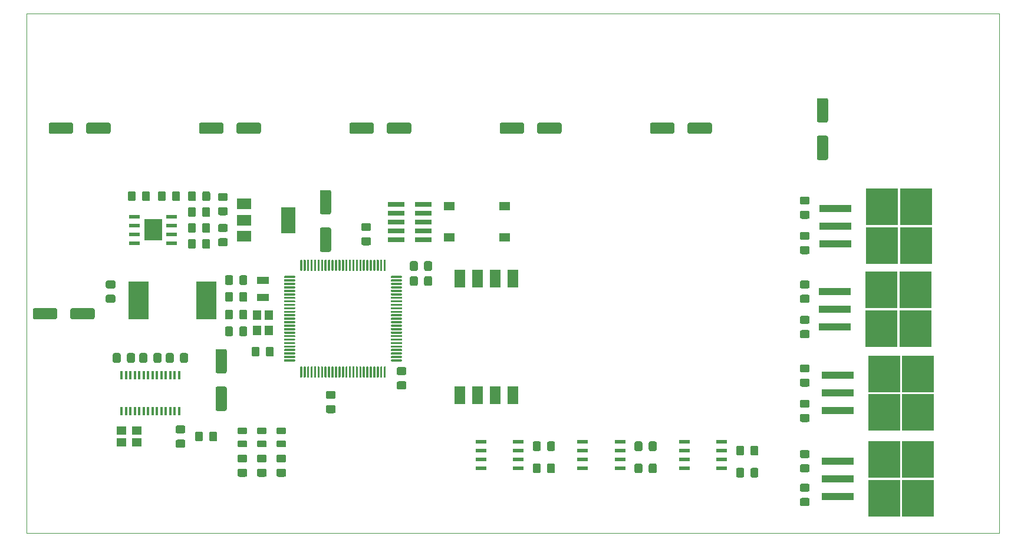
<source format=gbr>
%TF.GenerationSoftware,KiCad,Pcbnew,5.1.7+dfsg1-1~bpo10+1*%
%TF.CreationDate,2020-11-15T21:32:24+00:00*%
%TF.ProjectId,mobo,6d6f626f-2e6b-4696-9361-645f70636258,rev?*%
%TF.SameCoordinates,Original*%
%TF.FileFunction,Paste,Top*%
%TF.FilePolarity,Positive*%
%FSLAX45Y45*%
G04 Gerber Fmt 4.5, Leading zero omitted, Abs format (unit mm)*
G04 Created by KiCad (PCBNEW 5.1.7+dfsg1-1~bpo10+1) date 2020-11-15 21:32:24*
%MOMM*%
%LPD*%
G01*
G04 APERTURE LIST*
%TA.AperFunction,Profile*%
%ADD10C,0.050000*%
%TD*%
%ADD11R,2.400000X0.740000*%
%ADD12R,2.900000X5.400000*%
%ADD13R,4.600000X1.100000*%
%ADD14R,4.550000X5.250000*%
%ADD15R,1.550000X1.300000*%
%ADD16R,1.550000X0.600000*%
%ADD17R,2.000000X1.500000*%
%ADD18R,2.000000X3.800000*%
%ADD19R,2.600000X3.100000*%
%ADD20R,0.400000X1.200000*%
%ADD21R,1.800000X1.000000*%
%ADD22R,1.200000X1.400000*%
%ADD23R,1.400000X1.200000*%
%ADD24R,1.524000X2.540000*%
G04 APERTURE END LIST*
D10*
X0Y-7467600D02*
X13970000Y-7467600D01*
X13970000Y-7467600D02*
X13970000Y0D01*
X13970000Y0D02*
X0Y0D01*
X0Y0D02*
X0Y-7467600D01*
G36*
G01*
X3928800Y-3694800D02*
X3928800Y-3549800D01*
G75*
G02*
X3936300Y-3542300I7500J0D01*
G01*
X3951300Y-3542300D01*
G75*
G02*
X3958800Y-3549800I0J-7500D01*
G01*
X3958800Y-3694800D01*
G75*
G02*
X3951300Y-3702300I-7500J0D01*
G01*
X3936300Y-3702300D01*
G75*
G02*
X3928800Y-3694800I0J7500D01*
G01*
G37*
G36*
G01*
X3978800Y-3694800D02*
X3978800Y-3549800D01*
G75*
G02*
X3986300Y-3542300I7500J0D01*
G01*
X4001300Y-3542300D01*
G75*
G02*
X4008800Y-3549800I0J-7500D01*
G01*
X4008800Y-3694800D01*
G75*
G02*
X4001300Y-3702300I-7500J0D01*
G01*
X3986300Y-3702300D01*
G75*
G02*
X3978800Y-3694800I0J7500D01*
G01*
G37*
G36*
G01*
X4028800Y-3694800D02*
X4028800Y-3549800D01*
G75*
G02*
X4036300Y-3542300I7500J0D01*
G01*
X4051300Y-3542300D01*
G75*
G02*
X4058800Y-3549800I0J-7500D01*
G01*
X4058800Y-3694800D01*
G75*
G02*
X4051300Y-3702300I-7500J0D01*
G01*
X4036300Y-3702300D01*
G75*
G02*
X4028800Y-3694800I0J7500D01*
G01*
G37*
G36*
G01*
X4078800Y-3694800D02*
X4078800Y-3549800D01*
G75*
G02*
X4086300Y-3542300I7500J0D01*
G01*
X4101300Y-3542300D01*
G75*
G02*
X4108800Y-3549800I0J-7500D01*
G01*
X4108800Y-3694800D01*
G75*
G02*
X4101300Y-3702300I-7500J0D01*
G01*
X4086300Y-3702300D01*
G75*
G02*
X4078800Y-3694800I0J7500D01*
G01*
G37*
G36*
G01*
X4128800Y-3694800D02*
X4128800Y-3549800D01*
G75*
G02*
X4136300Y-3542300I7500J0D01*
G01*
X4151300Y-3542300D01*
G75*
G02*
X4158800Y-3549800I0J-7500D01*
G01*
X4158800Y-3694800D01*
G75*
G02*
X4151300Y-3702300I-7500J0D01*
G01*
X4136300Y-3702300D01*
G75*
G02*
X4128800Y-3694800I0J7500D01*
G01*
G37*
G36*
G01*
X4178800Y-3694800D02*
X4178800Y-3549800D01*
G75*
G02*
X4186300Y-3542300I7500J0D01*
G01*
X4201300Y-3542300D01*
G75*
G02*
X4208800Y-3549800I0J-7500D01*
G01*
X4208800Y-3694800D01*
G75*
G02*
X4201300Y-3702300I-7500J0D01*
G01*
X4186300Y-3702300D01*
G75*
G02*
X4178800Y-3694800I0J7500D01*
G01*
G37*
G36*
G01*
X4228800Y-3694800D02*
X4228800Y-3549800D01*
G75*
G02*
X4236300Y-3542300I7500J0D01*
G01*
X4251300Y-3542300D01*
G75*
G02*
X4258800Y-3549800I0J-7500D01*
G01*
X4258800Y-3694800D01*
G75*
G02*
X4251300Y-3702300I-7500J0D01*
G01*
X4236300Y-3702300D01*
G75*
G02*
X4228800Y-3694800I0J7500D01*
G01*
G37*
G36*
G01*
X4278800Y-3694800D02*
X4278800Y-3549800D01*
G75*
G02*
X4286300Y-3542300I7500J0D01*
G01*
X4301300Y-3542300D01*
G75*
G02*
X4308800Y-3549800I0J-7500D01*
G01*
X4308800Y-3694800D01*
G75*
G02*
X4301300Y-3702300I-7500J0D01*
G01*
X4286300Y-3702300D01*
G75*
G02*
X4278800Y-3694800I0J7500D01*
G01*
G37*
G36*
G01*
X4328800Y-3694800D02*
X4328800Y-3549800D01*
G75*
G02*
X4336300Y-3542300I7500J0D01*
G01*
X4351300Y-3542300D01*
G75*
G02*
X4358800Y-3549800I0J-7500D01*
G01*
X4358800Y-3694800D01*
G75*
G02*
X4351300Y-3702300I-7500J0D01*
G01*
X4336300Y-3702300D01*
G75*
G02*
X4328800Y-3694800I0J7500D01*
G01*
G37*
G36*
G01*
X4378800Y-3694800D02*
X4378800Y-3549800D01*
G75*
G02*
X4386300Y-3542300I7500J0D01*
G01*
X4401300Y-3542300D01*
G75*
G02*
X4408800Y-3549800I0J-7500D01*
G01*
X4408800Y-3694800D01*
G75*
G02*
X4401300Y-3702300I-7500J0D01*
G01*
X4386300Y-3702300D01*
G75*
G02*
X4378800Y-3694800I0J7500D01*
G01*
G37*
G36*
G01*
X4428800Y-3694800D02*
X4428800Y-3549800D01*
G75*
G02*
X4436300Y-3542300I7500J0D01*
G01*
X4451300Y-3542300D01*
G75*
G02*
X4458800Y-3549800I0J-7500D01*
G01*
X4458800Y-3694800D01*
G75*
G02*
X4451300Y-3702300I-7500J0D01*
G01*
X4436300Y-3702300D01*
G75*
G02*
X4428800Y-3694800I0J7500D01*
G01*
G37*
G36*
G01*
X4478800Y-3694800D02*
X4478800Y-3549800D01*
G75*
G02*
X4486300Y-3542300I7500J0D01*
G01*
X4501300Y-3542300D01*
G75*
G02*
X4508800Y-3549800I0J-7500D01*
G01*
X4508800Y-3694800D01*
G75*
G02*
X4501300Y-3702300I-7500J0D01*
G01*
X4486300Y-3702300D01*
G75*
G02*
X4478800Y-3694800I0J7500D01*
G01*
G37*
G36*
G01*
X4528800Y-3694800D02*
X4528800Y-3549800D01*
G75*
G02*
X4536300Y-3542300I7500J0D01*
G01*
X4551300Y-3542300D01*
G75*
G02*
X4558800Y-3549800I0J-7500D01*
G01*
X4558800Y-3694800D01*
G75*
G02*
X4551300Y-3702300I-7500J0D01*
G01*
X4536300Y-3702300D01*
G75*
G02*
X4528800Y-3694800I0J7500D01*
G01*
G37*
G36*
G01*
X4578800Y-3694800D02*
X4578800Y-3549800D01*
G75*
G02*
X4586300Y-3542300I7500J0D01*
G01*
X4601300Y-3542300D01*
G75*
G02*
X4608800Y-3549800I0J-7500D01*
G01*
X4608800Y-3694800D01*
G75*
G02*
X4601300Y-3702300I-7500J0D01*
G01*
X4586300Y-3702300D01*
G75*
G02*
X4578800Y-3694800I0J7500D01*
G01*
G37*
G36*
G01*
X4628800Y-3694800D02*
X4628800Y-3549800D01*
G75*
G02*
X4636300Y-3542300I7500J0D01*
G01*
X4651300Y-3542300D01*
G75*
G02*
X4658800Y-3549800I0J-7500D01*
G01*
X4658800Y-3694800D01*
G75*
G02*
X4651300Y-3702300I-7500J0D01*
G01*
X4636300Y-3702300D01*
G75*
G02*
X4628800Y-3694800I0J7500D01*
G01*
G37*
G36*
G01*
X4678800Y-3694800D02*
X4678800Y-3549800D01*
G75*
G02*
X4686300Y-3542300I7500J0D01*
G01*
X4701300Y-3542300D01*
G75*
G02*
X4708800Y-3549800I0J-7500D01*
G01*
X4708800Y-3694800D01*
G75*
G02*
X4701300Y-3702300I-7500J0D01*
G01*
X4686300Y-3702300D01*
G75*
G02*
X4678800Y-3694800I0J7500D01*
G01*
G37*
G36*
G01*
X4728800Y-3694800D02*
X4728800Y-3549800D01*
G75*
G02*
X4736300Y-3542300I7500J0D01*
G01*
X4751300Y-3542300D01*
G75*
G02*
X4758800Y-3549800I0J-7500D01*
G01*
X4758800Y-3694800D01*
G75*
G02*
X4751300Y-3702300I-7500J0D01*
G01*
X4736300Y-3702300D01*
G75*
G02*
X4728800Y-3694800I0J7500D01*
G01*
G37*
G36*
G01*
X4778800Y-3694800D02*
X4778800Y-3549800D01*
G75*
G02*
X4786300Y-3542300I7500J0D01*
G01*
X4801300Y-3542300D01*
G75*
G02*
X4808800Y-3549800I0J-7500D01*
G01*
X4808800Y-3694800D01*
G75*
G02*
X4801300Y-3702300I-7500J0D01*
G01*
X4786300Y-3702300D01*
G75*
G02*
X4778800Y-3694800I0J7500D01*
G01*
G37*
G36*
G01*
X4828800Y-3694800D02*
X4828800Y-3549800D01*
G75*
G02*
X4836300Y-3542300I7500J0D01*
G01*
X4851300Y-3542300D01*
G75*
G02*
X4858800Y-3549800I0J-7500D01*
G01*
X4858800Y-3694800D01*
G75*
G02*
X4851300Y-3702300I-7500J0D01*
G01*
X4836300Y-3702300D01*
G75*
G02*
X4828800Y-3694800I0J7500D01*
G01*
G37*
G36*
G01*
X4878800Y-3694800D02*
X4878800Y-3549800D01*
G75*
G02*
X4886300Y-3542300I7500J0D01*
G01*
X4901300Y-3542300D01*
G75*
G02*
X4908800Y-3549800I0J-7500D01*
G01*
X4908800Y-3694800D01*
G75*
G02*
X4901300Y-3702300I-7500J0D01*
G01*
X4886300Y-3702300D01*
G75*
G02*
X4878800Y-3694800I0J7500D01*
G01*
G37*
G36*
G01*
X4928800Y-3694800D02*
X4928800Y-3549800D01*
G75*
G02*
X4936300Y-3542300I7500J0D01*
G01*
X4951300Y-3542300D01*
G75*
G02*
X4958800Y-3549800I0J-7500D01*
G01*
X4958800Y-3694800D01*
G75*
G02*
X4951300Y-3702300I-7500J0D01*
G01*
X4936300Y-3702300D01*
G75*
G02*
X4928800Y-3694800I0J7500D01*
G01*
G37*
G36*
G01*
X4978800Y-3694800D02*
X4978800Y-3549800D01*
G75*
G02*
X4986300Y-3542300I7500J0D01*
G01*
X5001300Y-3542300D01*
G75*
G02*
X5008800Y-3549800I0J-7500D01*
G01*
X5008800Y-3694800D01*
G75*
G02*
X5001300Y-3702300I-7500J0D01*
G01*
X4986300Y-3702300D01*
G75*
G02*
X4978800Y-3694800I0J7500D01*
G01*
G37*
G36*
G01*
X5028800Y-3694800D02*
X5028800Y-3549800D01*
G75*
G02*
X5036300Y-3542300I7500J0D01*
G01*
X5051300Y-3542300D01*
G75*
G02*
X5058800Y-3549800I0J-7500D01*
G01*
X5058800Y-3694800D01*
G75*
G02*
X5051300Y-3702300I-7500J0D01*
G01*
X5036300Y-3702300D01*
G75*
G02*
X5028800Y-3694800I0J7500D01*
G01*
G37*
G36*
G01*
X5078800Y-3694800D02*
X5078800Y-3549800D01*
G75*
G02*
X5086300Y-3542300I7500J0D01*
G01*
X5101300Y-3542300D01*
G75*
G02*
X5108800Y-3549800I0J-7500D01*
G01*
X5108800Y-3694800D01*
G75*
G02*
X5101300Y-3702300I-7500J0D01*
G01*
X5086300Y-3702300D01*
G75*
G02*
X5078800Y-3694800I0J7500D01*
G01*
G37*
G36*
G01*
X5128800Y-3694800D02*
X5128800Y-3549800D01*
G75*
G02*
X5136300Y-3542300I7500J0D01*
G01*
X5151300Y-3542300D01*
G75*
G02*
X5158800Y-3549800I0J-7500D01*
G01*
X5158800Y-3694800D01*
G75*
G02*
X5151300Y-3702300I-7500J0D01*
G01*
X5136300Y-3702300D01*
G75*
G02*
X5128800Y-3694800I0J7500D01*
G01*
G37*
G36*
G01*
X5231300Y-3797300D02*
X5231300Y-3782300D01*
G75*
G02*
X5238800Y-3774800I7500J0D01*
G01*
X5383800Y-3774800D01*
G75*
G02*
X5391300Y-3782300I0J-7500D01*
G01*
X5391300Y-3797300D01*
G75*
G02*
X5383800Y-3804800I-7500J0D01*
G01*
X5238800Y-3804800D01*
G75*
G02*
X5231300Y-3797300I0J7500D01*
G01*
G37*
G36*
G01*
X5231300Y-3847300D02*
X5231300Y-3832300D01*
G75*
G02*
X5238800Y-3824800I7500J0D01*
G01*
X5383800Y-3824800D01*
G75*
G02*
X5391300Y-3832300I0J-7500D01*
G01*
X5391300Y-3847300D01*
G75*
G02*
X5383800Y-3854800I-7500J0D01*
G01*
X5238800Y-3854800D01*
G75*
G02*
X5231300Y-3847300I0J7500D01*
G01*
G37*
G36*
G01*
X5231300Y-3897300D02*
X5231300Y-3882300D01*
G75*
G02*
X5238800Y-3874800I7500J0D01*
G01*
X5383800Y-3874800D01*
G75*
G02*
X5391300Y-3882300I0J-7500D01*
G01*
X5391300Y-3897300D01*
G75*
G02*
X5383800Y-3904800I-7500J0D01*
G01*
X5238800Y-3904800D01*
G75*
G02*
X5231300Y-3897300I0J7500D01*
G01*
G37*
G36*
G01*
X5231300Y-3947300D02*
X5231300Y-3932300D01*
G75*
G02*
X5238800Y-3924800I7500J0D01*
G01*
X5383800Y-3924800D01*
G75*
G02*
X5391300Y-3932300I0J-7500D01*
G01*
X5391300Y-3947300D01*
G75*
G02*
X5383800Y-3954800I-7500J0D01*
G01*
X5238800Y-3954800D01*
G75*
G02*
X5231300Y-3947300I0J7500D01*
G01*
G37*
G36*
G01*
X5231300Y-3997300D02*
X5231300Y-3982300D01*
G75*
G02*
X5238800Y-3974800I7500J0D01*
G01*
X5383800Y-3974800D01*
G75*
G02*
X5391300Y-3982300I0J-7500D01*
G01*
X5391300Y-3997300D01*
G75*
G02*
X5383800Y-4004800I-7500J0D01*
G01*
X5238800Y-4004800D01*
G75*
G02*
X5231300Y-3997300I0J7500D01*
G01*
G37*
G36*
G01*
X5231300Y-4047300D02*
X5231300Y-4032300D01*
G75*
G02*
X5238800Y-4024800I7500J0D01*
G01*
X5383800Y-4024800D01*
G75*
G02*
X5391300Y-4032300I0J-7500D01*
G01*
X5391300Y-4047300D01*
G75*
G02*
X5383800Y-4054800I-7500J0D01*
G01*
X5238800Y-4054800D01*
G75*
G02*
X5231300Y-4047300I0J7500D01*
G01*
G37*
G36*
G01*
X5231300Y-4097300D02*
X5231300Y-4082300D01*
G75*
G02*
X5238800Y-4074800I7500J0D01*
G01*
X5383800Y-4074800D01*
G75*
G02*
X5391300Y-4082300I0J-7500D01*
G01*
X5391300Y-4097300D01*
G75*
G02*
X5383800Y-4104800I-7500J0D01*
G01*
X5238800Y-4104800D01*
G75*
G02*
X5231300Y-4097300I0J7500D01*
G01*
G37*
G36*
G01*
X5231300Y-4147300D02*
X5231300Y-4132300D01*
G75*
G02*
X5238800Y-4124800I7500J0D01*
G01*
X5383800Y-4124800D01*
G75*
G02*
X5391300Y-4132300I0J-7500D01*
G01*
X5391300Y-4147300D01*
G75*
G02*
X5383800Y-4154800I-7500J0D01*
G01*
X5238800Y-4154800D01*
G75*
G02*
X5231300Y-4147300I0J7500D01*
G01*
G37*
G36*
G01*
X5231300Y-4197300D02*
X5231300Y-4182300D01*
G75*
G02*
X5238800Y-4174800I7500J0D01*
G01*
X5383800Y-4174800D01*
G75*
G02*
X5391300Y-4182300I0J-7500D01*
G01*
X5391300Y-4197300D01*
G75*
G02*
X5383800Y-4204800I-7500J0D01*
G01*
X5238800Y-4204800D01*
G75*
G02*
X5231300Y-4197300I0J7500D01*
G01*
G37*
G36*
G01*
X5231300Y-4247300D02*
X5231300Y-4232300D01*
G75*
G02*
X5238800Y-4224800I7500J0D01*
G01*
X5383800Y-4224800D01*
G75*
G02*
X5391300Y-4232300I0J-7500D01*
G01*
X5391300Y-4247300D01*
G75*
G02*
X5383800Y-4254800I-7500J0D01*
G01*
X5238800Y-4254800D01*
G75*
G02*
X5231300Y-4247300I0J7500D01*
G01*
G37*
G36*
G01*
X5231300Y-4297300D02*
X5231300Y-4282300D01*
G75*
G02*
X5238800Y-4274800I7500J0D01*
G01*
X5383800Y-4274800D01*
G75*
G02*
X5391300Y-4282300I0J-7500D01*
G01*
X5391300Y-4297300D01*
G75*
G02*
X5383800Y-4304800I-7500J0D01*
G01*
X5238800Y-4304800D01*
G75*
G02*
X5231300Y-4297300I0J7500D01*
G01*
G37*
G36*
G01*
X5231300Y-4347300D02*
X5231300Y-4332300D01*
G75*
G02*
X5238800Y-4324800I7500J0D01*
G01*
X5383800Y-4324800D01*
G75*
G02*
X5391300Y-4332300I0J-7500D01*
G01*
X5391300Y-4347300D01*
G75*
G02*
X5383800Y-4354800I-7500J0D01*
G01*
X5238800Y-4354800D01*
G75*
G02*
X5231300Y-4347300I0J7500D01*
G01*
G37*
G36*
G01*
X5231300Y-4397300D02*
X5231300Y-4382300D01*
G75*
G02*
X5238800Y-4374800I7500J0D01*
G01*
X5383800Y-4374800D01*
G75*
G02*
X5391300Y-4382300I0J-7500D01*
G01*
X5391300Y-4397300D01*
G75*
G02*
X5383800Y-4404800I-7500J0D01*
G01*
X5238800Y-4404800D01*
G75*
G02*
X5231300Y-4397300I0J7500D01*
G01*
G37*
G36*
G01*
X5231300Y-4447300D02*
X5231300Y-4432300D01*
G75*
G02*
X5238800Y-4424800I7500J0D01*
G01*
X5383800Y-4424800D01*
G75*
G02*
X5391300Y-4432300I0J-7500D01*
G01*
X5391300Y-4447300D01*
G75*
G02*
X5383800Y-4454800I-7500J0D01*
G01*
X5238800Y-4454800D01*
G75*
G02*
X5231300Y-4447300I0J7500D01*
G01*
G37*
G36*
G01*
X5231300Y-4497300D02*
X5231300Y-4482300D01*
G75*
G02*
X5238800Y-4474800I7500J0D01*
G01*
X5383800Y-4474800D01*
G75*
G02*
X5391300Y-4482300I0J-7500D01*
G01*
X5391300Y-4497300D01*
G75*
G02*
X5383800Y-4504800I-7500J0D01*
G01*
X5238800Y-4504800D01*
G75*
G02*
X5231300Y-4497300I0J7500D01*
G01*
G37*
G36*
G01*
X5231300Y-4547300D02*
X5231300Y-4532300D01*
G75*
G02*
X5238800Y-4524800I7500J0D01*
G01*
X5383800Y-4524800D01*
G75*
G02*
X5391300Y-4532300I0J-7500D01*
G01*
X5391300Y-4547300D01*
G75*
G02*
X5383800Y-4554800I-7500J0D01*
G01*
X5238800Y-4554800D01*
G75*
G02*
X5231300Y-4547300I0J7500D01*
G01*
G37*
G36*
G01*
X5231300Y-4597300D02*
X5231300Y-4582300D01*
G75*
G02*
X5238800Y-4574800I7500J0D01*
G01*
X5383800Y-4574800D01*
G75*
G02*
X5391300Y-4582300I0J-7500D01*
G01*
X5391300Y-4597300D01*
G75*
G02*
X5383800Y-4604800I-7500J0D01*
G01*
X5238800Y-4604800D01*
G75*
G02*
X5231300Y-4597300I0J7500D01*
G01*
G37*
G36*
G01*
X5231300Y-4647300D02*
X5231300Y-4632300D01*
G75*
G02*
X5238800Y-4624800I7500J0D01*
G01*
X5383800Y-4624800D01*
G75*
G02*
X5391300Y-4632300I0J-7500D01*
G01*
X5391300Y-4647300D01*
G75*
G02*
X5383800Y-4654800I-7500J0D01*
G01*
X5238800Y-4654800D01*
G75*
G02*
X5231300Y-4647300I0J7500D01*
G01*
G37*
G36*
G01*
X5231300Y-4697300D02*
X5231300Y-4682300D01*
G75*
G02*
X5238800Y-4674800I7500J0D01*
G01*
X5383800Y-4674800D01*
G75*
G02*
X5391300Y-4682300I0J-7500D01*
G01*
X5391300Y-4697300D01*
G75*
G02*
X5383800Y-4704800I-7500J0D01*
G01*
X5238800Y-4704800D01*
G75*
G02*
X5231300Y-4697300I0J7500D01*
G01*
G37*
G36*
G01*
X5231300Y-4747300D02*
X5231300Y-4732300D01*
G75*
G02*
X5238800Y-4724800I7500J0D01*
G01*
X5383800Y-4724800D01*
G75*
G02*
X5391300Y-4732300I0J-7500D01*
G01*
X5391300Y-4747300D01*
G75*
G02*
X5383800Y-4754800I-7500J0D01*
G01*
X5238800Y-4754800D01*
G75*
G02*
X5231300Y-4747300I0J7500D01*
G01*
G37*
G36*
G01*
X5231300Y-4797300D02*
X5231300Y-4782300D01*
G75*
G02*
X5238800Y-4774800I7500J0D01*
G01*
X5383800Y-4774800D01*
G75*
G02*
X5391300Y-4782300I0J-7500D01*
G01*
X5391300Y-4797300D01*
G75*
G02*
X5383800Y-4804800I-7500J0D01*
G01*
X5238800Y-4804800D01*
G75*
G02*
X5231300Y-4797300I0J7500D01*
G01*
G37*
G36*
G01*
X5231300Y-4847300D02*
X5231300Y-4832300D01*
G75*
G02*
X5238800Y-4824800I7500J0D01*
G01*
X5383800Y-4824800D01*
G75*
G02*
X5391300Y-4832300I0J-7500D01*
G01*
X5391300Y-4847300D01*
G75*
G02*
X5383800Y-4854800I-7500J0D01*
G01*
X5238800Y-4854800D01*
G75*
G02*
X5231300Y-4847300I0J7500D01*
G01*
G37*
G36*
G01*
X5231300Y-4897300D02*
X5231300Y-4882300D01*
G75*
G02*
X5238800Y-4874800I7500J0D01*
G01*
X5383800Y-4874800D01*
G75*
G02*
X5391300Y-4882300I0J-7500D01*
G01*
X5391300Y-4897300D01*
G75*
G02*
X5383800Y-4904800I-7500J0D01*
G01*
X5238800Y-4904800D01*
G75*
G02*
X5231300Y-4897300I0J7500D01*
G01*
G37*
G36*
G01*
X5231300Y-4947300D02*
X5231300Y-4932300D01*
G75*
G02*
X5238800Y-4924800I7500J0D01*
G01*
X5383800Y-4924800D01*
G75*
G02*
X5391300Y-4932300I0J-7500D01*
G01*
X5391300Y-4947300D01*
G75*
G02*
X5383800Y-4954800I-7500J0D01*
G01*
X5238800Y-4954800D01*
G75*
G02*
X5231300Y-4947300I0J7500D01*
G01*
G37*
G36*
G01*
X5231300Y-4997300D02*
X5231300Y-4982300D01*
G75*
G02*
X5238800Y-4974800I7500J0D01*
G01*
X5383800Y-4974800D01*
G75*
G02*
X5391300Y-4982300I0J-7500D01*
G01*
X5391300Y-4997300D01*
G75*
G02*
X5383800Y-5004800I-7500J0D01*
G01*
X5238800Y-5004800D01*
G75*
G02*
X5231300Y-4997300I0J7500D01*
G01*
G37*
G36*
G01*
X5128800Y-5229800D02*
X5128800Y-5084800D01*
G75*
G02*
X5136300Y-5077300I7500J0D01*
G01*
X5151300Y-5077300D01*
G75*
G02*
X5158800Y-5084800I0J-7500D01*
G01*
X5158800Y-5229800D01*
G75*
G02*
X5151300Y-5237300I-7500J0D01*
G01*
X5136300Y-5237300D01*
G75*
G02*
X5128800Y-5229800I0J7500D01*
G01*
G37*
G36*
G01*
X5078800Y-5229800D02*
X5078800Y-5084800D01*
G75*
G02*
X5086300Y-5077300I7500J0D01*
G01*
X5101300Y-5077300D01*
G75*
G02*
X5108800Y-5084800I0J-7500D01*
G01*
X5108800Y-5229800D01*
G75*
G02*
X5101300Y-5237300I-7500J0D01*
G01*
X5086300Y-5237300D01*
G75*
G02*
X5078800Y-5229800I0J7500D01*
G01*
G37*
G36*
G01*
X5028800Y-5229800D02*
X5028800Y-5084800D01*
G75*
G02*
X5036300Y-5077300I7500J0D01*
G01*
X5051300Y-5077300D01*
G75*
G02*
X5058800Y-5084800I0J-7500D01*
G01*
X5058800Y-5229800D01*
G75*
G02*
X5051300Y-5237300I-7500J0D01*
G01*
X5036300Y-5237300D01*
G75*
G02*
X5028800Y-5229800I0J7500D01*
G01*
G37*
G36*
G01*
X4978800Y-5229800D02*
X4978800Y-5084800D01*
G75*
G02*
X4986300Y-5077300I7500J0D01*
G01*
X5001300Y-5077300D01*
G75*
G02*
X5008800Y-5084800I0J-7500D01*
G01*
X5008800Y-5229800D01*
G75*
G02*
X5001300Y-5237300I-7500J0D01*
G01*
X4986300Y-5237300D01*
G75*
G02*
X4978800Y-5229800I0J7500D01*
G01*
G37*
G36*
G01*
X4928800Y-5229800D02*
X4928800Y-5084800D01*
G75*
G02*
X4936300Y-5077300I7500J0D01*
G01*
X4951300Y-5077300D01*
G75*
G02*
X4958800Y-5084800I0J-7500D01*
G01*
X4958800Y-5229800D01*
G75*
G02*
X4951300Y-5237300I-7500J0D01*
G01*
X4936300Y-5237300D01*
G75*
G02*
X4928800Y-5229800I0J7500D01*
G01*
G37*
G36*
G01*
X4878800Y-5229800D02*
X4878800Y-5084800D01*
G75*
G02*
X4886300Y-5077300I7500J0D01*
G01*
X4901300Y-5077300D01*
G75*
G02*
X4908800Y-5084800I0J-7500D01*
G01*
X4908800Y-5229800D01*
G75*
G02*
X4901300Y-5237300I-7500J0D01*
G01*
X4886300Y-5237300D01*
G75*
G02*
X4878800Y-5229800I0J7500D01*
G01*
G37*
G36*
G01*
X4828800Y-5229800D02*
X4828800Y-5084800D01*
G75*
G02*
X4836300Y-5077300I7500J0D01*
G01*
X4851300Y-5077300D01*
G75*
G02*
X4858800Y-5084800I0J-7500D01*
G01*
X4858800Y-5229800D01*
G75*
G02*
X4851300Y-5237300I-7500J0D01*
G01*
X4836300Y-5237300D01*
G75*
G02*
X4828800Y-5229800I0J7500D01*
G01*
G37*
G36*
G01*
X4778800Y-5229800D02*
X4778800Y-5084800D01*
G75*
G02*
X4786300Y-5077300I7500J0D01*
G01*
X4801300Y-5077300D01*
G75*
G02*
X4808800Y-5084800I0J-7500D01*
G01*
X4808800Y-5229800D01*
G75*
G02*
X4801300Y-5237300I-7500J0D01*
G01*
X4786300Y-5237300D01*
G75*
G02*
X4778800Y-5229800I0J7500D01*
G01*
G37*
G36*
G01*
X4728800Y-5229800D02*
X4728800Y-5084800D01*
G75*
G02*
X4736300Y-5077300I7500J0D01*
G01*
X4751300Y-5077300D01*
G75*
G02*
X4758800Y-5084800I0J-7500D01*
G01*
X4758800Y-5229800D01*
G75*
G02*
X4751300Y-5237300I-7500J0D01*
G01*
X4736300Y-5237300D01*
G75*
G02*
X4728800Y-5229800I0J7500D01*
G01*
G37*
G36*
G01*
X4678800Y-5229800D02*
X4678800Y-5084800D01*
G75*
G02*
X4686300Y-5077300I7500J0D01*
G01*
X4701300Y-5077300D01*
G75*
G02*
X4708800Y-5084800I0J-7500D01*
G01*
X4708800Y-5229800D01*
G75*
G02*
X4701300Y-5237300I-7500J0D01*
G01*
X4686300Y-5237300D01*
G75*
G02*
X4678800Y-5229800I0J7500D01*
G01*
G37*
G36*
G01*
X4628800Y-5229800D02*
X4628800Y-5084800D01*
G75*
G02*
X4636300Y-5077300I7500J0D01*
G01*
X4651300Y-5077300D01*
G75*
G02*
X4658800Y-5084800I0J-7500D01*
G01*
X4658800Y-5229800D01*
G75*
G02*
X4651300Y-5237300I-7500J0D01*
G01*
X4636300Y-5237300D01*
G75*
G02*
X4628800Y-5229800I0J7500D01*
G01*
G37*
G36*
G01*
X4578800Y-5229800D02*
X4578800Y-5084800D01*
G75*
G02*
X4586300Y-5077300I7500J0D01*
G01*
X4601300Y-5077300D01*
G75*
G02*
X4608800Y-5084800I0J-7500D01*
G01*
X4608800Y-5229800D01*
G75*
G02*
X4601300Y-5237300I-7500J0D01*
G01*
X4586300Y-5237300D01*
G75*
G02*
X4578800Y-5229800I0J7500D01*
G01*
G37*
G36*
G01*
X4528800Y-5229800D02*
X4528800Y-5084800D01*
G75*
G02*
X4536300Y-5077300I7500J0D01*
G01*
X4551300Y-5077300D01*
G75*
G02*
X4558800Y-5084800I0J-7500D01*
G01*
X4558800Y-5229800D01*
G75*
G02*
X4551300Y-5237300I-7500J0D01*
G01*
X4536300Y-5237300D01*
G75*
G02*
X4528800Y-5229800I0J7500D01*
G01*
G37*
G36*
G01*
X4478800Y-5229800D02*
X4478800Y-5084800D01*
G75*
G02*
X4486300Y-5077300I7500J0D01*
G01*
X4501300Y-5077300D01*
G75*
G02*
X4508800Y-5084800I0J-7500D01*
G01*
X4508800Y-5229800D01*
G75*
G02*
X4501300Y-5237300I-7500J0D01*
G01*
X4486300Y-5237300D01*
G75*
G02*
X4478800Y-5229800I0J7500D01*
G01*
G37*
G36*
G01*
X4428800Y-5229800D02*
X4428800Y-5084800D01*
G75*
G02*
X4436300Y-5077300I7500J0D01*
G01*
X4451300Y-5077300D01*
G75*
G02*
X4458800Y-5084800I0J-7500D01*
G01*
X4458800Y-5229800D01*
G75*
G02*
X4451300Y-5237300I-7500J0D01*
G01*
X4436300Y-5237300D01*
G75*
G02*
X4428800Y-5229800I0J7500D01*
G01*
G37*
G36*
G01*
X4378800Y-5229800D02*
X4378800Y-5084800D01*
G75*
G02*
X4386300Y-5077300I7500J0D01*
G01*
X4401300Y-5077300D01*
G75*
G02*
X4408800Y-5084800I0J-7500D01*
G01*
X4408800Y-5229800D01*
G75*
G02*
X4401300Y-5237300I-7500J0D01*
G01*
X4386300Y-5237300D01*
G75*
G02*
X4378800Y-5229800I0J7500D01*
G01*
G37*
G36*
G01*
X4328800Y-5229800D02*
X4328800Y-5084800D01*
G75*
G02*
X4336300Y-5077300I7500J0D01*
G01*
X4351300Y-5077300D01*
G75*
G02*
X4358800Y-5084800I0J-7500D01*
G01*
X4358800Y-5229800D01*
G75*
G02*
X4351300Y-5237300I-7500J0D01*
G01*
X4336300Y-5237300D01*
G75*
G02*
X4328800Y-5229800I0J7500D01*
G01*
G37*
G36*
G01*
X4278800Y-5229800D02*
X4278800Y-5084800D01*
G75*
G02*
X4286300Y-5077300I7500J0D01*
G01*
X4301300Y-5077300D01*
G75*
G02*
X4308800Y-5084800I0J-7500D01*
G01*
X4308800Y-5229800D01*
G75*
G02*
X4301300Y-5237300I-7500J0D01*
G01*
X4286300Y-5237300D01*
G75*
G02*
X4278800Y-5229800I0J7500D01*
G01*
G37*
G36*
G01*
X4228800Y-5229800D02*
X4228800Y-5084800D01*
G75*
G02*
X4236300Y-5077300I7500J0D01*
G01*
X4251300Y-5077300D01*
G75*
G02*
X4258800Y-5084800I0J-7500D01*
G01*
X4258800Y-5229800D01*
G75*
G02*
X4251300Y-5237300I-7500J0D01*
G01*
X4236300Y-5237300D01*
G75*
G02*
X4228800Y-5229800I0J7500D01*
G01*
G37*
G36*
G01*
X4178800Y-5229800D02*
X4178800Y-5084800D01*
G75*
G02*
X4186300Y-5077300I7500J0D01*
G01*
X4201300Y-5077300D01*
G75*
G02*
X4208800Y-5084800I0J-7500D01*
G01*
X4208800Y-5229800D01*
G75*
G02*
X4201300Y-5237300I-7500J0D01*
G01*
X4186300Y-5237300D01*
G75*
G02*
X4178800Y-5229800I0J7500D01*
G01*
G37*
G36*
G01*
X4128800Y-5229800D02*
X4128800Y-5084800D01*
G75*
G02*
X4136300Y-5077300I7500J0D01*
G01*
X4151300Y-5077300D01*
G75*
G02*
X4158800Y-5084800I0J-7500D01*
G01*
X4158800Y-5229800D01*
G75*
G02*
X4151300Y-5237300I-7500J0D01*
G01*
X4136300Y-5237300D01*
G75*
G02*
X4128800Y-5229800I0J7500D01*
G01*
G37*
G36*
G01*
X4078800Y-5229800D02*
X4078800Y-5084800D01*
G75*
G02*
X4086300Y-5077300I7500J0D01*
G01*
X4101300Y-5077300D01*
G75*
G02*
X4108800Y-5084800I0J-7500D01*
G01*
X4108800Y-5229800D01*
G75*
G02*
X4101300Y-5237300I-7500J0D01*
G01*
X4086300Y-5237300D01*
G75*
G02*
X4078800Y-5229800I0J7500D01*
G01*
G37*
G36*
G01*
X4028800Y-5229800D02*
X4028800Y-5084800D01*
G75*
G02*
X4036300Y-5077300I7500J0D01*
G01*
X4051300Y-5077300D01*
G75*
G02*
X4058800Y-5084800I0J-7500D01*
G01*
X4058800Y-5229800D01*
G75*
G02*
X4051300Y-5237300I-7500J0D01*
G01*
X4036300Y-5237300D01*
G75*
G02*
X4028800Y-5229800I0J7500D01*
G01*
G37*
G36*
G01*
X3978800Y-5229800D02*
X3978800Y-5084800D01*
G75*
G02*
X3986300Y-5077300I7500J0D01*
G01*
X4001300Y-5077300D01*
G75*
G02*
X4008800Y-5084800I0J-7500D01*
G01*
X4008800Y-5229800D01*
G75*
G02*
X4001300Y-5237300I-7500J0D01*
G01*
X3986300Y-5237300D01*
G75*
G02*
X3978800Y-5229800I0J7500D01*
G01*
G37*
G36*
G01*
X3928800Y-5229800D02*
X3928800Y-5084800D01*
G75*
G02*
X3936300Y-5077300I7500J0D01*
G01*
X3951300Y-5077300D01*
G75*
G02*
X3958800Y-5084800I0J-7500D01*
G01*
X3958800Y-5229800D01*
G75*
G02*
X3951300Y-5237300I-7500J0D01*
G01*
X3936300Y-5237300D01*
G75*
G02*
X3928800Y-5229800I0J7500D01*
G01*
G37*
G36*
G01*
X3696300Y-4997300D02*
X3696300Y-4982300D01*
G75*
G02*
X3703800Y-4974800I7500J0D01*
G01*
X3848800Y-4974800D01*
G75*
G02*
X3856300Y-4982300I0J-7500D01*
G01*
X3856300Y-4997300D01*
G75*
G02*
X3848800Y-5004800I-7500J0D01*
G01*
X3703800Y-5004800D01*
G75*
G02*
X3696300Y-4997300I0J7500D01*
G01*
G37*
G36*
G01*
X3696300Y-4947300D02*
X3696300Y-4932300D01*
G75*
G02*
X3703800Y-4924800I7500J0D01*
G01*
X3848800Y-4924800D01*
G75*
G02*
X3856300Y-4932300I0J-7500D01*
G01*
X3856300Y-4947300D01*
G75*
G02*
X3848800Y-4954800I-7500J0D01*
G01*
X3703800Y-4954800D01*
G75*
G02*
X3696300Y-4947300I0J7500D01*
G01*
G37*
G36*
G01*
X3696300Y-4897300D02*
X3696300Y-4882300D01*
G75*
G02*
X3703800Y-4874800I7500J0D01*
G01*
X3848800Y-4874800D01*
G75*
G02*
X3856300Y-4882300I0J-7500D01*
G01*
X3856300Y-4897300D01*
G75*
G02*
X3848800Y-4904800I-7500J0D01*
G01*
X3703800Y-4904800D01*
G75*
G02*
X3696300Y-4897300I0J7500D01*
G01*
G37*
G36*
G01*
X3696300Y-4847300D02*
X3696300Y-4832300D01*
G75*
G02*
X3703800Y-4824800I7500J0D01*
G01*
X3848800Y-4824800D01*
G75*
G02*
X3856300Y-4832300I0J-7500D01*
G01*
X3856300Y-4847300D01*
G75*
G02*
X3848800Y-4854800I-7500J0D01*
G01*
X3703800Y-4854800D01*
G75*
G02*
X3696300Y-4847300I0J7500D01*
G01*
G37*
G36*
G01*
X3696300Y-4797300D02*
X3696300Y-4782300D01*
G75*
G02*
X3703800Y-4774800I7500J0D01*
G01*
X3848800Y-4774800D01*
G75*
G02*
X3856300Y-4782300I0J-7500D01*
G01*
X3856300Y-4797300D01*
G75*
G02*
X3848800Y-4804800I-7500J0D01*
G01*
X3703800Y-4804800D01*
G75*
G02*
X3696300Y-4797300I0J7500D01*
G01*
G37*
G36*
G01*
X3696300Y-4747300D02*
X3696300Y-4732300D01*
G75*
G02*
X3703800Y-4724800I7500J0D01*
G01*
X3848800Y-4724800D01*
G75*
G02*
X3856300Y-4732300I0J-7500D01*
G01*
X3856300Y-4747300D01*
G75*
G02*
X3848800Y-4754800I-7500J0D01*
G01*
X3703800Y-4754800D01*
G75*
G02*
X3696300Y-4747300I0J7500D01*
G01*
G37*
G36*
G01*
X3696300Y-4697300D02*
X3696300Y-4682300D01*
G75*
G02*
X3703800Y-4674800I7500J0D01*
G01*
X3848800Y-4674800D01*
G75*
G02*
X3856300Y-4682300I0J-7500D01*
G01*
X3856300Y-4697300D01*
G75*
G02*
X3848800Y-4704800I-7500J0D01*
G01*
X3703800Y-4704800D01*
G75*
G02*
X3696300Y-4697300I0J7500D01*
G01*
G37*
G36*
G01*
X3696300Y-4647300D02*
X3696300Y-4632300D01*
G75*
G02*
X3703800Y-4624800I7500J0D01*
G01*
X3848800Y-4624800D01*
G75*
G02*
X3856300Y-4632300I0J-7500D01*
G01*
X3856300Y-4647300D01*
G75*
G02*
X3848800Y-4654800I-7500J0D01*
G01*
X3703800Y-4654800D01*
G75*
G02*
X3696300Y-4647300I0J7500D01*
G01*
G37*
G36*
G01*
X3696300Y-4597300D02*
X3696300Y-4582300D01*
G75*
G02*
X3703800Y-4574800I7500J0D01*
G01*
X3848800Y-4574800D01*
G75*
G02*
X3856300Y-4582300I0J-7500D01*
G01*
X3856300Y-4597300D01*
G75*
G02*
X3848800Y-4604800I-7500J0D01*
G01*
X3703800Y-4604800D01*
G75*
G02*
X3696300Y-4597300I0J7500D01*
G01*
G37*
G36*
G01*
X3696300Y-4547300D02*
X3696300Y-4532300D01*
G75*
G02*
X3703800Y-4524800I7500J0D01*
G01*
X3848800Y-4524800D01*
G75*
G02*
X3856300Y-4532300I0J-7500D01*
G01*
X3856300Y-4547300D01*
G75*
G02*
X3848800Y-4554800I-7500J0D01*
G01*
X3703800Y-4554800D01*
G75*
G02*
X3696300Y-4547300I0J7500D01*
G01*
G37*
G36*
G01*
X3696300Y-4497300D02*
X3696300Y-4482300D01*
G75*
G02*
X3703800Y-4474800I7500J0D01*
G01*
X3848800Y-4474800D01*
G75*
G02*
X3856300Y-4482300I0J-7500D01*
G01*
X3856300Y-4497300D01*
G75*
G02*
X3848800Y-4504800I-7500J0D01*
G01*
X3703800Y-4504800D01*
G75*
G02*
X3696300Y-4497300I0J7500D01*
G01*
G37*
G36*
G01*
X3696300Y-4447300D02*
X3696300Y-4432300D01*
G75*
G02*
X3703800Y-4424800I7500J0D01*
G01*
X3848800Y-4424800D01*
G75*
G02*
X3856300Y-4432300I0J-7500D01*
G01*
X3856300Y-4447300D01*
G75*
G02*
X3848800Y-4454800I-7500J0D01*
G01*
X3703800Y-4454800D01*
G75*
G02*
X3696300Y-4447300I0J7500D01*
G01*
G37*
G36*
G01*
X3696300Y-4397300D02*
X3696300Y-4382300D01*
G75*
G02*
X3703800Y-4374800I7500J0D01*
G01*
X3848800Y-4374800D01*
G75*
G02*
X3856300Y-4382300I0J-7500D01*
G01*
X3856300Y-4397300D01*
G75*
G02*
X3848800Y-4404800I-7500J0D01*
G01*
X3703800Y-4404800D01*
G75*
G02*
X3696300Y-4397300I0J7500D01*
G01*
G37*
G36*
G01*
X3696300Y-4347300D02*
X3696300Y-4332300D01*
G75*
G02*
X3703800Y-4324800I7500J0D01*
G01*
X3848800Y-4324800D01*
G75*
G02*
X3856300Y-4332300I0J-7500D01*
G01*
X3856300Y-4347300D01*
G75*
G02*
X3848800Y-4354800I-7500J0D01*
G01*
X3703800Y-4354800D01*
G75*
G02*
X3696300Y-4347300I0J7500D01*
G01*
G37*
G36*
G01*
X3696300Y-4297300D02*
X3696300Y-4282300D01*
G75*
G02*
X3703800Y-4274800I7500J0D01*
G01*
X3848800Y-4274800D01*
G75*
G02*
X3856300Y-4282300I0J-7500D01*
G01*
X3856300Y-4297300D01*
G75*
G02*
X3848800Y-4304800I-7500J0D01*
G01*
X3703800Y-4304800D01*
G75*
G02*
X3696300Y-4297300I0J7500D01*
G01*
G37*
G36*
G01*
X3696300Y-4247300D02*
X3696300Y-4232300D01*
G75*
G02*
X3703800Y-4224800I7500J0D01*
G01*
X3848800Y-4224800D01*
G75*
G02*
X3856300Y-4232300I0J-7500D01*
G01*
X3856300Y-4247300D01*
G75*
G02*
X3848800Y-4254800I-7500J0D01*
G01*
X3703800Y-4254800D01*
G75*
G02*
X3696300Y-4247300I0J7500D01*
G01*
G37*
G36*
G01*
X3696300Y-4197300D02*
X3696300Y-4182300D01*
G75*
G02*
X3703800Y-4174800I7500J0D01*
G01*
X3848800Y-4174800D01*
G75*
G02*
X3856300Y-4182300I0J-7500D01*
G01*
X3856300Y-4197300D01*
G75*
G02*
X3848800Y-4204800I-7500J0D01*
G01*
X3703800Y-4204800D01*
G75*
G02*
X3696300Y-4197300I0J7500D01*
G01*
G37*
G36*
G01*
X3696300Y-4147300D02*
X3696300Y-4132300D01*
G75*
G02*
X3703800Y-4124800I7500J0D01*
G01*
X3848800Y-4124800D01*
G75*
G02*
X3856300Y-4132300I0J-7500D01*
G01*
X3856300Y-4147300D01*
G75*
G02*
X3848800Y-4154800I-7500J0D01*
G01*
X3703800Y-4154800D01*
G75*
G02*
X3696300Y-4147300I0J7500D01*
G01*
G37*
G36*
G01*
X3696300Y-4097300D02*
X3696300Y-4082300D01*
G75*
G02*
X3703800Y-4074800I7500J0D01*
G01*
X3848800Y-4074800D01*
G75*
G02*
X3856300Y-4082300I0J-7500D01*
G01*
X3856300Y-4097300D01*
G75*
G02*
X3848800Y-4104800I-7500J0D01*
G01*
X3703800Y-4104800D01*
G75*
G02*
X3696300Y-4097300I0J7500D01*
G01*
G37*
G36*
G01*
X3696300Y-4047300D02*
X3696300Y-4032300D01*
G75*
G02*
X3703800Y-4024800I7500J0D01*
G01*
X3848800Y-4024800D01*
G75*
G02*
X3856300Y-4032300I0J-7500D01*
G01*
X3856300Y-4047300D01*
G75*
G02*
X3848800Y-4054800I-7500J0D01*
G01*
X3703800Y-4054800D01*
G75*
G02*
X3696300Y-4047300I0J7500D01*
G01*
G37*
G36*
G01*
X3696300Y-3997300D02*
X3696300Y-3982300D01*
G75*
G02*
X3703800Y-3974800I7500J0D01*
G01*
X3848800Y-3974800D01*
G75*
G02*
X3856300Y-3982300I0J-7500D01*
G01*
X3856300Y-3997300D01*
G75*
G02*
X3848800Y-4004800I-7500J0D01*
G01*
X3703800Y-4004800D01*
G75*
G02*
X3696300Y-3997300I0J7500D01*
G01*
G37*
G36*
G01*
X3696300Y-3947300D02*
X3696300Y-3932300D01*
G75*
G02*
X3703800Y-3924800I7500J0D01*
G01*
X3848800Y-3924800D01*
G75*
G02*
X3856300Y-3932300I0J-7500D01*
G01*
X3856300Y-3947300D01*
G75*
G02*
X3848800Y-3954800I-7500J0D01*
G01*
X3703800Y-3954800D01*
G75*
G02*
X3696300Y-3947300I0J7500D01*
G01*
G37*
G36*
G01*
X3696300Y-3897300D02*
X3696300Y-3882300D01*
G75*
G02*
X3703800Y-3874800I7500J0D01*
G01*
X3848800Y-3874800D01*
G75*
G02*
X3856300Y-3882300I0J-7500D01*
G01*
X3856300Y-3897300D01*
G75*
G02*
X3848800Y-3904800I-7500J0D01*
G01*
X3703800Y-3904800D01*
G75*
G02*
X3696300Y-3897300I0J7500D01*
G01*
G37*
G36*
G01*
X3696300Y-3847300D02*
X3696300Y-3832300D01*
G75*
G02*
X3703800Y-3824800I7500J0D01*
G01*
X3848800Y-3824800D01*
G75*
G02*
X3856300Y-3832300I0J-7500D01*
G01*
X3856300Y-3847300D01*
G75*
G02*
X3848800Y-3854800I-7500J0D01*
G01*
X3703800Y-3854800D01*
G75*
G02*
X3696300Y-3847300I0J7500D01*
G01*
G37*
G36*
G01*
X3696300Y-3797300D02*
X3696300Y-3782300D01*
G75*
G02*
X3703800Y-3774800I7500J0D01*
G01*
X3848800Y-3774800D01*
G75*
G02*
X3856300Y-3782300I0J-7500D01*
G01*
X3856300Y-3797300D01*
G75*
G02*
X3848800Y-3804800I-7500J0D01*
G01*
X3703800Y-3804800D01*
G75*
G02*
X3696300Y-3797300I0J7500D01*
G01*
G37*
D11*
X5694100Y-3251200D03*
X5304100Y-3251200D03*
X5694100Y-3124200D03*
X5304100Y-3124200D03*
X5694100Y-2997200D03*
X5304100Y-2997200D03*
X5694100Y-2870200D03*
X5304100Y-2870200D03*
X5694100Y-2743200D03*
X5304100Y-2743200D03*
G36*
G01*
X4347600Y-2889500D02*
X4237600Y-2889500D01*
G75*
G02*
X4212600Y-2864500I0J25000D01*
G01*
X4212600Y-2564500D01*
G75*
G02*
X4237600Y-2539500I25000J0D01*
G01*
X4347600Y-2539500D01*
G75*
G02*
X4372600Y-2564500I0J-25000D01*
G01*
X4372600Y-2864500D01*
G75*
G02*
X4347600Y-2889500I-25000J0D01*
G01*
G37*
G36*
G01*
X4347600Y-3429500D02*
X4237600Y-3429500D01*
G75*
G02*
X4212600Y-3404500I0J25000D01*
G01*
X4212600Y-3104500D01*
G75*
G02*
X4237600Y-3079500I25000J0D01*
G01*
X4347600Y-3079500D01*
G75*
G02*
X4372600Y-3104500I0J-25000D01*
G01*
X4372600Y-3404500D01*
G75*
G02*
X4347600Y-3429500I-25000J0D01*
G01*
G37*
G36*
G01*
X2739000Y-5365500D02*
X2849000Y-5365500D01*
G75*
G02*
X2874000Y-5390500I0J-25000D01*
G01*
X2874000Y-5690500D01*
G75*
G02*
X2849000Y-5715500I-25000J0D01*
G01*
X2739000Y-5715500D01*
G75*
G02*
X2714000Y-5690500I0J25000D01*
G01*
X2714000Y-5390500D01*
G75*
G02*
X2739000Y-5365500I25000J0D01*
G01*
G37*
G36*
G01*
X2739000Y-4825500D02*
X2849000Y-4825500D01*
G75*
G02*
X2874000Y-4850500I0J-25000D01*
G01*
X2874000Y-5150500D01*
G75*
G02*
X2849000Y-5175500I-25000J0D01*
G01*
X2739000Y-5175500D01*
G75*
G02*
X2714000Y-5150500I0J25000D01*
G01*
X2714000Y-4850500D01*
G75*
G02*
X2739000Y-4825500I25000J0D01*
G01*
G37*
G36*
G01*
X438400Y-4263000D02*
X438400Y-4373000D01*
G75*
G02*
X413400Y-4398000I-25000J0D01*
G01*
X113400Y-4398000D01*
G75*
G02*
X88400Y-4373000I0J25000D01*
G01*
X88400Y-4263000D01*
G75*
G02*
X113400Y-4238000I25000J0D01*
G01*
X413400Y-4238000D01*
G75*
G02*
X438400Y-4263000I0J-25000D01*
G01*
G37*
G36*
G01*
X978400Y-4263000D02*
X978400Y-4373000D01*
G75*
G02*
X953400Y-4398000I-25000J0D01*
G01*
X653400Y-4398000D01*
G75*
G02*
X628400Y-4373000I0J25000D01*
G01*
X628400Y-4263000D01*
G75*
G02*
X653400Y-4238000I25000J0D01*
G01*
X953400Y-4238000D01*
G75*
G02*
X978400Y-4263000I0J-25000D01*
G01*
G37*
G36*
G01*
X7334000Y-1706000D02*
X7334000Y-1596000D01*
G75*
G02*
X7359000Y-1571000I25000J0D01*
G01*
X7659000Y-1571000D01*
G75*
G02*
X7684000Y-1596000I0J-25000D01*
G01*
X7684000Y-1706000D01*
G75*
G02*
X7659000Y-1731000I-25000J0D01*
G01*
X7359000Y-1731000D01*
G75*
G02*
X7334000Y-1706000I0J25000D01*
G01*
G37*
G36*
G01*
X6794000Y-1706000D02*
X6794000Y-1596000D01*
G75*
G02*
X6819000Y-1571000I25000J0D01*
G01*
X7119000Y-1571000D01*
G75*
G02*
X7144000Y-1596000I0J-25000D01*
G01*
X7144000Y-1706000D01*
G75*
G02*
X7119000Y-1731000I-25000J0D01*
G01*
X6819000Y-1731000D01*
G75*
G02*
X6794000Y-1706000I0J25000D01*
G01*
G37*
G36*
G01*
X857000Y-1706000D02*
X857000Y-1596000D01*
G75*
G02*
X882000Y-1571000I25000J0D01*
G01*
X1182000Y-1571000D01*
G75*
G02*
X1207000Y-1596000I0J-25000D01*
G01*
X1207000Y-1706000D01*
G75*
G02*
X1182000Y-1731000I-25000J0D01*
G01*
X882000Y-1731000D01*
G75*
G02*
X857000Y-1706000I0J25000D01*
G01*
G37*
G36*
G01*
X317000Y-1706000D02*
X317000Y-1596000D01*
G75*
G02*
X342000Y-1571000I25000J0D01*
G01*
X642000Y-1571000D01*
G75*
G02*
X667000Y-1596000I0J-25000D01*
G01*
X667000Y-1706000D01*
G75*
G02*
X642000Y-1731000I-25000J0D01*
G01*
X342000Y-1731000D01*
G75*
G02*
X317000Y-1706000I0J25000D01*
G01*
G37*
G36*
G01*
X5175000Y-1706000D02*
X5175000Y-1596000D01*
G75*
G02*
X5200000Y-1571000I25000J0D01*
G01*
X5500000Y-1571000D01*
G75*
G02*
X5525000Y-1596000I0J-25000D01*
G01*
X5525000Y-1706000D01*
G75*
G02*
X5500000Y-1731000I-25000J0D01*
G01*
X5200000Y-1731000D01*
G75*
G02*
X5175000Y-1706000I0J25000D01*
G01*
G37*
G36*
G01*
X4635000Y-1706000D02*
X4635000Y-1596000D01*
G75*
G02*
X4660000Y-1571000I25000J0D01*
G01*
X4960000Y-1571000D01*
G75*
G02*
X4985000Y-1596000I0J-25000D01*
G01*
X4985000Y-1706000D01*
G75*
G02*
X4960000Y-1731000I-25000J0D01*
G01*
X4660000Y-1731000D01*
G75*
G02*
X4635000Y-1706000I0J25000D01*
G01*
G37*
G36*
G01*
X9493000Y-1706000D02*
X9493000Y-1596000D01*
G75*
G02*
X9518000Y-1571000I25000J0D01*
G01*
X9818000Y-1571000D01*
G75*
G02*
X9843000Y-1596000I0J-25000D01*
G01*
X9843000Y-1706000D01*
G75*
G02*
X9818000Y-1731000I-25000J0D01*
G01*
X9518000Y-1731000D01*
G75*
G02*
X9493000Y-1706000I0J25000D01*
G01*
G37*
G36*
G01*
X8953000Y-1706000D02*
X8953000Y-1596000D01*
G75*
G02*
X8978000Y-1571000I25000J0D01*
G01*
X9278000Y-1571000D01*
G75*
G02*
X9303000Y-1596000I0J-25000D01*
G01*
X9303000Y-1706000D01*
G75*
G02*
X9278000Y-1731000I-25000J0D01*
G01*
X8978000Y-1731000D01*
G75*
G02*
X8953000Y-1706000I0J25000D01*
G01*
G37*
G36*
G01*
X3016000Y-1706000D02*
X3016000Y-1596000D01*
G75*
G02*
X3041000Y-1571000I25000J0D01*
G01*
X3341000Y-1571000D01*
G75*
G02*
X3366000Y-1596000I0J-25000D01*
G01*
X3366000Y-1706000D01*
G75*
G02*
X3341000Y-1731000I-25000J0D01*
G01*
X3041000Y-1731000D01*
G75*
G02*
X3016000Y-1706000I0J25000D01*
G01*
G37*
G36*
G01*
X2476000Y-1706000D02*
X2476000Y-1596000D01*
G75*
G02*
X2501000Y-1571000I25000J0D01*
G01*
X2801000Y-1571000D01*
G75*
G02*
X2826000Y-1596000I0J-25000D01*
G01*
X2826000Y-1706000D01*
G75*
G02*
X2801000Y-1731000I-25000J0D01*
G01*
X2501000Y-1731000D01*
G75*
G02*
X2476000Y-1706000I0J25000D01*
G01*
G37*
G36*
G01*
X11375000Y-1758700D02*
X11485000Y-1758700D01*
G75*
G02*
X11510000Y-1783700I0J-25000D01*
G01*
X11510000Y-2083700D01*
G75*
G02*
X11485000Y-2108700I-25000J0D01*
G01*
X11375000Y-2108700D01*
G75*
G02*
X11350000Y-2083700I0J25000D01*
G01*
X11350000Y-1783700D01*
G75*
G02*
X11375000Y-1758700I25000J0D01*
G01*
G37*
G36*
G01*
X11375000Y-1218700D02*
X11485000Y-1218700D01*
G75*
G02*
X11510000Y-1243700I0J-25000D01*
G01*
X11510000Y-1543700D01*
G75*
G02*
X11485000Y-1568700I-25000J0D01*
G01*
X11375000Y-1568700D01*
G75*
G02*
X11350000Y-1543700I0J25000D01*
G01*
X11350000Y-1243700D01*
G75*
G02*
X11375000Y-1218700I25000J0D01*
G01*
G37*
G36*
G01*
X1161500Y-4045500D02*
X1251500Y-4045500D01*
G75*
G02*
X1276500Y-4070500I0J-25000D01*
G01*
X1276500Y-4135500D01*
G75*
G02*
X1251500Y-4160500I-25000J0D01*
G01*
X1161500Y-4160500D01*
G75*
G02*
X1136500Y-4135500I0J25000D01*
G01*
X1136500Y-4070500D01*
G75*
G02*
X1161500Y-4045500I25000J0D01*
G01*
G37*
G36*
G01*
X1161500Y-3840500D02*
X1251500Y-3840500D01*
G75*
G02*
X1276500Y-3865500I0J-25000D01*
G01*
X1276500Y-3930500D01*
G75*
G02*
X1251500Y-3955500I-25000J0D01*
G01*
X1161500Y-3955500D01*
G75*
G02*
X1136500Y-3930500I0J25000D01*
G01*
X1136500Y-3865500D01*
G75*
G02*
X1161500Y-3840500I25000J0D01*
G01*
G37*
G36*
G01*
X2089700Y-2673900D02*
X2089700Y-2583900D01*
G75*
G02*
X2114700Y-2558900I25000J0D01*
G01*
X2179700Y-2558900D01*
G75*
G02*
X2204700Y-2583900I0J-25000D01*
G01*
X2204700Y-2673900D01*
G75*
G02*
X2179700Y-2698900I-25000J0D01*
G01*
X2114700Y-2698900D01*
G75*
G02*
X2089700Y-2673900I0J25000D01*
G01*
G37*
G36*
G01*
X1884700Y-2673900D02*
X1884700Y-2583900D01*
G75*
G02*
X1909700Y-2558900I25000J0D01*
G01*
X1974700Y-2558900D01*
G75*
G02*
X1999700Y-2583900I0J-25000D01*
G01*
X1999700Y-2673900D01*
G75*
G02*
X1974700Y-2698900I-25000J0D01*
G01*
X1909700Y-2698900D01*
G75*
G02*
X1884700Y-2673900I0J25000D01*
G01*
G37*
G36*
G01*
X2636500Y-3041100D02*
X2636500Y-3131100D01*
G75*
G02*
X2611500Y-3156100I-25000J0D01*
G01*
X2546500Y-3156100D01*
G75*
G02*
X2521500Y-3131100I0J25000D01*
G01*
X2521500Y-3041100D01*
G75*
G02*
X2546500Y-3016100I25000J0D01*
G01*
X2611500Y-3016100D01*
G75*
G02*
X2636500Y-3041100I0J-25000D01*
G01*
G37*
G36*
G01*
X2431500Y-3041100D02*
X2431500Y-3131100D01*
G75*
G02*
X2406500Y-3156100I-25000J0D01*
G01*
X2341500Y-3156100D01*
G75*
G02*
X2316500Y-3131100I0J25000D01*
G01*
X2316500Y-3041100D01*
G75*
G02*
X2341500Y-3016100I25000J0D01*
G01*
X2406500Y-3016100D01*
G75*
G02*
X2431500Y-3041100I0J-25000D01*
G01*
G37*
G36*
G01*
X2636500Y-2812500D02*
X2636500Y-2902500D01*
G75*
G02*
X2611500Y-2927500I-25000J0D01*
G01*
X2546500Y-2927500D01*
G75*
G02*
X2521500Y-2902500I0J25000D01*
G01*
X2521500Y-2812500D01*
G75*
G02*
X2546500Y-2787500I25000J0D01*
G01*
X2611500Y-2787500D01*
G75*
G02*
X2636500Y-2812500I0J-25000D01*
G01*
G37*
G36*
G01*
X2431500Y-2812500D02*
X2431500Y-2902500D01*
G75*
G02*
X2406500Y-2927500I-25000J0D01*
G01*
X2341500Y-2927500D01*
G75*
G02*
X2316500Y-2902500I0J25000D01*
G01*
X2316500Y-2812500D01*
G75*
G02*
X2341500Y-2787500I25000J0D01*
G01*
X2406500Y-2787500D01*
G75*
G02*
X2431500Y-2812500I0J-25000D01*
G01*
G37*
G36*
G01*
X1657900Y-2673900D02*
X1657900Y-2583900D01*
G75*
G02*
X1682900Y-2558900I25000J0D01*
G01*
X1747900Y-2558900D01*
G75*
G02*
X1772900Y-2583900I0J-25000D01*
G01*
X1772900Y-2673900D01*
G75*
G02*
X1747900Y-2698900I-25000J0D01*
G01*
X1682900Y-2698900D01*
G75*
G02*
X1657900Y-2673900I0J25000D01*
G01*
G37*
G36*
G01*
X1452900Y-2673900D02*
X1452900Y-2583900D01*
G75*
G02*
X1477900Y-2558900I25000J0D01*
G01*
X1542900Y-2558900D01*
G75*
G02*
X1567900Y-2583900I0J-25000D01*
G01*
X1567900Y-2673900D01*
G75*
G02*
X1542900Y-2698900I-25000J0D01*
G01*
X1477900Y-2698900D01*
G75*
G02*
X1452900Y-2673900I0J25000D01*
G01*
G37*
G36*
G01*
X2964000Y-4285700D02*
X2964000Y-4375700D01*
G75*
G02*
X2939000Y-4400700I-25000J0D01*
G01*
X2874000Y-4400700D01*
G75*
G02*
X2849000Y-4375700I0J25000D01*
G01*
X2849000Y-4285700D01*
G75*
G02*
X2874000Y-4260700I25000J0D01*
G01*
X2939000Y-4260700D01*
G75*
G02*
X2964000Y-4285700I0J-25000D01*
G01*
G37*
G36*
G01*
X3169000Y-4285700D02*
X3169000Y-4375700D01*
G75*
G02*
X3144000Y-4400700I-25000J0D01*
G01*
X3079000Y-4400700D01*
G75*
G02*
X3054000Y-4375700I0J25000D01*
G01*
X3054000Y-4285700D01*
G75*
G02*
X3079000Y-4260700I25000J0D01*
G01*
X3144000Y-4260700D01*
G75*
G02*
X3169000Y-4285700I0J-25000D01*
G01*
G37*
G36*
G01*
X3169000Y-4527000D02*
X3169000Y-4617000D01*
G75*
G02*
X3144000Y-4642000I-25000J0D01*
G01*
X3079000Y-4642000D01*
G75*
G02*
X3054000Y-4617000I0J25000D01*
G01*
X3054000Y-4527000D01*
G75*
G02*
X3079000Y-4502000I25000J0D01*
G01*
X3144000Y-4502000D01*
G75*
G02*
X3169000Y-4527000I0J-25000D01*
G01*
G37*
G36*
G01*
X2964000Y-4527000D02*
X2964000Y-4617000D01*
G75*
G02*
X2939000Y-4642000I-25000J0D01*
G01*
X2874000Y-4642000D01*
G75*
G02*
X2849000Y-4617000I0J25000D01*
G01*
X2849000Y-4527000D01*
G75*
G02*
X2874000Y-4502000I25000J0D01*
G01*
X2939000Y-4502000D01*
G75*
G02*
X2964000Y-4527000I0J-25000D01*
G01*
G37*
G36*
G01*
X3345900Y-4819100D02*
X3345900Y-4909100D01*
G75*
G02*
X3320900Y-4934100I-25000J0D01*
G01*
X3255900Y-4934100D01*
G75*
G02*
X3230900Y-4909100I0J25000D01*
G01*
X3230900Y-4819100D01*
G75*
G02*
X3255900Y-4794100I25000J0D01*
G01*
X3320900Y-4794100D01*
G75*
G02*
X3345900Y-4819100I0J-25000D01*
G01*
G37*
G36*
G01*
X3550900Y-4819100D02*
X3550900Y-4909100D01*
G75*
G02*
X3525900Y-4934100I-25000J0D01*
G01*
X3460900Y-4934100D01*
G75*
G02*
X3435900Y-4909100I0J25000D01*
G01*
X3435900Y-4819100D01*
G75*
G02*
X3460900Y-4794100I25000J0D01*
G01*
X3525900Y-4794100D01*
G75*
G02*
X3550900Y-4819100I0J-25000D01*
G01*
G37*
G36*
G01*
X5429800Y-5405100D02*
X5339800Y-5405100D01*
G75*
G02*
X5314800Y-5380100I0J25000D01*
G01*
X5314800Y-5315100D01*
G75*
G02*
X5339800Y-5290100I25000J0D01*
G01*
X5429800Y-5290100D01*
G75*
G02*
X5454800Y-5315100I0J-25000D01*
G01*
X5454800Y-5380100D01*
G75*
G02*
X5429800Y-5405100I-25000J0D01*
G01*
G37*
G36*
G01*
X5429800Y-5200100D02*
X5339800Y-5200100D01*
G75*
G02*
X5314800Y-5175100I0J25000D01*
G01*
X5314800Y-5110100D01*
G75*
G02*
X5339800Y-5085100I25000J0D01*
G01*
X5429800Y-5085100D01*
G75*
G02*
X5454800Y-5110100I0J-25000D01*
G01*
X5454800Y-5175100D01*
G75*
G02*
X5429800Y-5200100I-25000J0D01*
G01*
G37*
G36*
G01*
X1938000Y-4908000D02*
X1938000Y-4998000D01*
G75*
G02*
X1913000Y-5023000I-25000J0D01*
G01*
X1848000Y-5023000D01*
G75*
G02*
X1823000Y-4998000I0J25000D01*
G01*
X1823000Y-4908000D01*
G75*
G02*
X1848000Y-4883000I25000J0D01*
G01*
X1913000Y-4883000D01*
G75*
G02*
X1938000Y-4908000I0J-25000D01*
G01*
G37*
G36*
G01*
X1733000Y-4908000D02*
X1733000Y-4998000D01*
G75*
G02*
X1708000Y-5023000I-25000J0D01*
G01*
X1643000Y-5023000D01*
G75*
G02*
X1618000Y-4998000I0J25000D01*
G01*
X1618000Y-4908000D01*
G75*
G02*
X1643000Y-4883000I25000J0D01*
G01*
X1708000Y-4883000D01*
G75*
G02*
X1733000Y-4908000I0J-25000D01*
G01*
G37*
G36*
G01*
X2204000Y-4998000D02*
X2204000Y-4908000D01*
G75*
G02*
X2229000Y-4883000I25000J0D01*
G01*
X2294000Y-4883000D01*
G75*
G02*
X2319000Y-4908000I0J-25000D01*
G01*
X2319000Y-4998000D01*
G75*
G02*
X2294000Y-5023000I-25000J0D01*
G01*
X2229000Y-5023000D01*
G75*
G02*
X2204000Y-4998000I0J25000D01*
G01*
G37*
G36*
G01*
X1999000Y-4998000D02*
X1999000Y-4908000D01*
G75*
G02*
X2024000Y-4883000I25000J0D01*
G01*
X2089000Y-4883000D01*
G75*
G02*
X2114000Y-4908000I0J-25000D01*
G01*
X2114000Y-4998000D01*
G75*
G02*
X2089000Y-5023000I-25000J0D01*
G01*
X2024000Y-5023000D01*
G75*
G02*
X1999000Y-4998000I0J25000D01*
G01*
G37*
G36*
G01*
X1352000Y-4908000D02*
X1352000Y-4998000D01*
G75*
G02*
X1327000Y-5023000I-25000J0D01*
G01*
X1262000Y-5023000D01*
G75*
G02*
X1237000Y-4998000I0J25000D01*
G01*
X1237000Y-4908000D01*
G75*
G02*
X1262000Y-4883000I25000J0D01*
G01*
X1327000Y-4883000D01*
G75*
G02*
X1352000Y-4908000I0J-25000D01*
G01*
G37*
G36*
G01*
X1557000Y-4908000D02*
X1557000Y-4998000D01*
G75*
G02*
X1532000Y-5023000I-25000J0D01*
G01*
X1467000Y-5023000D01*
G75*
G02*
X1442000Y-4998000I0J25000D01*
G01*
X1442000Y-4908000D01*
G75*
G02*
X1467000Y-4883000I25000J0D01*
G01*
X1532000Y-4883000D01*
G75*
G02*
X1557000Y-4908000I0J-25000D01*
G01*
G37*
G36*
G01*
X5709200Y-3893100D02*
X5709200Y-3803100D01*
G75*
G02*
X5734200Y-3778100I25000J0D01*
G01*
X5799200Y-3778100D01*
G75*
G02*
X5824200Y-3803100I0J-25000D01*
G01*
X5824200Y-3893100D01*
G75*
G02*
X5799200Y-3918100I-25000J0D01*
G01*
X5734200Y-3918100D01*
G75*
G02*
X5709200Y-3893100I0J25000D01*
G01*
G37*
G36*
G01*
X5504200Y-3893100D02*
X5504200Y-3803100D01*
G75*
G02*
X5529200Y-3778100I25000J0D01*
G01*
X5594200Y-3778100D01*
G75*
G02*
X5619200Y-3803100I0J-25000D01*
G01*
X5619200Y-3893100D01*
G75*
G02*
X5594200Y-3918100I-25000J0D01*
G01*
X5529200Y-3918100D01*
G75*
G02*
X5504200Y-3893100I0J25000D01*
G01*
G37*
G36*
G01*
X5504200Y-3677200D02*
X5504200Y-3587200D01*
G75*
G02*
X5529200Y-3562200I25000J0D01*
G01*
X5594200Y-3562200D01*
G75*
G02*
X5619200Y-3587200I0J-25000D01*
G01*
X5619200Y-3677200D01*
G75*
G02*
X5594200Y-3702200I-25000J0D01*
G01*
X5529200Y-3702200D01*
G75*
G02*
X5504200Y-3677200I0J25000D01*
G01*
G37*
G36*
G01*
X5709200Y-3677200D02*
X5709200Y-3587200D01*
G75*
G02*
X5734200Y-3562200I25000J0D01*
G01*
X5799200Y-3562200D01*
G75*
G02*
X5824200Y-3587200I0J-25000D01*
G01*
X5824200Y-3677200D01*
G75*
G02*
X5799200Y-3702200I-25000J0D01*
G01*
X5734200Y-3702200D01*
G75*
G02*
X5709200Y-3677200I0J25000D01*
G01*
G37*
G36*
G01*
X2964900Y-4031700D02*
X2964900Y-4121700D01*
G75*
G02*
X2939900Y-4146700I-25000J0D01*
G01*
X2874900Y-4146700D01*
G75*
G02*
X2849900Y-4121700I0J25000D01*
G01*
X2849900Y-4031700D01*
G75*
G02*
X2874900Y-4006700I25000J0D01*
G01*
X2939900Y-4006700D01*
G75*
G02*
X2964900Y-4031700I0J-25000D01*
G01*
G37*
G36*
G01*
X3169900Y-4031700D02*
X3169900Y-4121700D01*
G75*
G02*
X3144900Y-4146700I-25000J0D01*
G01*
X3079900Y-4146700D01*
G75*
G02*
X3054900Y-4121700I0J25000D01*
G01*
X3054900Y-4031700D01*
G75*
G02*
X3079900Y-4006700I25000J0D01*
G01*
X3144900Y-4006700D01*
G75*
G02*
X3169900Y-4031700I0J-25000D01*
G01*
G37*
G36*
G01*
X3169900Y-3790400D02*
X3169900Y-3880400D01*
G75*
G02*
X3144900Y-3905400I-25000J0D01*
G01*
X3079900Y-3905400D01*
G75*
G02*
X3054900Y-3880400I0J25000D01*
G01*
X3054900Y-3790400D01*
G75*
G02*
X3079900Y-3765400I25000J0D01*
G01*
X3144900Y-3765400D01*
G75*
G02*
X3169900Y-3790400I0J-25000D01*
G01*
G37*
G36*
G01*
X2964900Y-3790400D02*
X2964900Y-3880400D01*
G75*
G02*
X2939900Y-3905400I-25000J0D01*
G01*
X2874900Y-3905400D01*
G75*
G02*
X2849900Y-3880400I0J25000D01*
G01*
X2849900Y-3790400D01*
G75*
G02*
X2874900Y-3765400I25000J0D01*
G01*
X2939900Y-3765400D01*
G75*
G02*
X2964900Y-3790400I0J-25000D01*
G01*
G37*
G36*
G01*
X7269500Y-6268000D02*
X7269500Y-6178000D01*
G75*
G02*
X7294500Y-6153000I25000J0D01*
G01*
X7359500Y-6153000D01*
G75*
G02*
X7384500Y-6178000I0J-25000D01*
G01*
X7384500Y-6268000D01*
G75*
G02*
X7359500Y-6293000I-25000J0D01*
G01*
X7294500Y-6293000D01*
G75*
G02*
X7269500Y-6268000I0J25000D01*
G01*
G37*
G36*
G01*
X7474500Y-6268000D02*
X7474500Y-6178000D01*
G75*
G02*
X7499500Y-6153000I25000J0D01*
G01*
X7564500Y-6153000D01*
G75*
G02*
X7589500Y-6178000I0J-25000D01*
G01*
X7589500Y-6268000D01*
G75*
G02*
X7564500Y-6293000I-25000J0D01*
G01*
X7499500Y-6293000D01*
G75*
G02*
X7474500Y-6268000I0J25000D01*
G01*
G37*
G36*
G01*
X8935000Y-6268000D02*
X8935000Y-6178000D01*
G75*
G02*
X8960000Y-6153000I25000J0D01*
G01*
X9025000Y-6153000D01*
G75*
G02*
X9050000Y-6178000I0J-25000D01*
G01*
X9050000Y-6268000D01*
G75*
G02*
X9025000Y-6293000I-25000J0D01*
G01*
X8960000Y-6293000D01*
G75*
G02*
X8935000Y-6268000I0J25000D01*
G01*
G37*
G36*
G01*
X8730000Y-6268000D02*
X8730000Y-6178000D01*
G75*
G02*
X8755000Y-6153000I25000J0D01*
G01*
X8820000Y-6153000D01*
G75*
G02*
X8845000Y-6178000I0J-25000D01*
G01*
X8845000Y-6268000D01*
G75*
G02*
X8820000Y-6293000I-25000J0D01*
G01*
X8755000Y-6293000D01*
G75*
G02*
X8730000Y-6268000I0J25000D01*
G01*
G37*
G36*
G01*
X10190500Y-6331500D02*
X10190500Y-6241500D01*
G75*
G02*
X10215500Y-6216500I25000J0D01*
G01*
X10280500Y-6216500D01*
G75*
G02*
X10305500Y-6241500I0J-25000D01*
G01*
X10305500Y-6331500D01*
G75*
G02*
X10280500Y-6356500I-25000J0D01*
G01*
X10215500Y-6356500D01*
G75*
G02*
X10190500Y-6331500I0J25000D01*
G01*
G37*
G36*
G01*
X10395500Y-6331500D02*
X10395500Y-6241500D01*
G75*
G02*
X10420500Y-6216500I25000J0D01*
G01*
X10485500Y-6216500D01*
G75*
G02*
X10510500Y-6241500I0J-25000D01*
G01*
X10510500Y-6331500D01*
G75*
G02*
X10485500Y-6356500I-25000J0D01*
G01*
X10420500Y-6356500D01*
G75*
G02*
X10395500Y-6331500I0J25000D01*
G01*
G37*
G36*
G01*
X2864400Y-2903200D02*
X2774400Y-2903200D01*
G75*
G02*
X2749400Y-2878200I0J25000D01*
G01*
X2749400Y-2813200D01*
G75*
G02*
X2774400Y-2788200I25000J0D01*
G01*
X2864400Y-2788200D01*
G75*
G02*
X2889400Y-2813200I0J-25000D01*
G01*
X2889400Y-2878200D01*
G75*
G02*
X2864400Y-2903200I-25000J0D01*
G01*
G37*
G36*
G01*
X2864400Y-2698200D02*
X2774400Y-2698200D01*
G75*
G02*
X2749400Y-2673200I0J25000D01*
G01*
X2749400Y-2608200D01*
G75*
G02*
X2774400Y-2583200I25000J0D01*
G01*
X2864400Y-2583200D01*
G75*
G02*
X2889400Y-2608200I0J-25000D01*
G01*
X2889400Y-2673200D01*
G75*
G02*
X2864400Y-2698200I-25000J0D01*
G01*
G37*
G36*
G01*
X2533100Y-6038300D02*
X2533100Y-6128300D01*
G75*
G02*
X2508100Y-6153300I-25000J0D01*
G01*
X2443100Y-6153300D01*
G75*
G02*
X2418100Y-6128300I0J25000D01*
G01*
X2418100Y-6038300D01*
G75*
G02*
X2443100Y-6013300I25000J0D01*
G01*
X2508100Y-6013300D01*
G75*
G02*
X2533100Y-6038300I0J-25000D01*
G01*
G37*
G36*
G01*
X2738100Y-6038300D02*
X2738100Y-6128300D01*
G75*
G02*
X2713100Y-6153300I-25000J0D01*
G01*
X2648100Y-6153300D01*
G75*
G02*
X2623100Y-6128300I0J25000D01*
G01*
X2623100Y-6038300D01*
G75*
G02*
X2648100Y-6013300I25000J0D01*
G01*
X2713100Y-6013300D01*
G75*
G02*
X2738100Y-6038300I0J-25000D01*
G01*
G37*
G36*
G01*
X3423825Y-6051000D02*
X3332575Y-6051000D01*
G75*
G02*
X3308200Y-6026625I0J24375D01*
G01*
X3308200Y-5977875D01*
G75*
G02*
X3332575Y-5953500I24375J0D01*
G01*
X3423825Y-5953500D01*
G75*
G02*
X3448200Y-5977875I0J-24375D01*
G01*
X3448200Y-6026625D01*
G75*
G02*
X3423825Y-6051000I-24375J0D01*
G01*
G37*
G36*
G01*
X3423825Y-6238500D02*
X3332575Y-6238500D01*
G75*
G02*
X3308200Y-6214125I0J24375D01*
G01*
X3308200Y-6165375D01*
G75*
G02*
X3332575Y-6141000I24375J0D01*
G01*
X3423825Y-6141000D01*
G75*
G02*
X3448200Y-6165375I0J-24375D01*
G01*
X3448200Y-6214125D01*
G75*
G02*
X3423825Y-6238500I-24375J0D01*
G01*
G37*
D12*
X1610500Y-4127500D03*
X2580500Y-4127500D03*
D13*
X11614500Y-2806700D03*
X11614500Y-3060700D03*
X11614500Y-3314700D03*
D14*
X12772000Y-3338200D03*
X12287000Y-2783200D03*
X12772000Y-2783200D03*
X12287000Y-3338200D03*
X12278500Y-4530100D03*
X12763500Y-3975100D03*
X12278500Y-3975100D03*
X12763500Y-4530100D03*
D13*
X11606000Y-4506600D03*
X11606000Y-4252600D03*
X11606000Y-3998600D03*
D14*
X12319000Y-5736600D03*
X12804000Y-5181600D03*
X12319000Y-5181600D03*
X12804000Y-5736600D03*
D13*
X11646500Y-5713100D03*
X11646500Y-5459100D03*
X11646500Y-5205100D03*
X11645300Y-6438900D03*
X11645300Y-6692900D03*
X11645300Y-6946900D03*
D14*
X12802800Y-6970400D03*
X12317800Y-6415400D03*
X12802800Y-6415400D03*
X12317800Y-6970400D03*
G36*
G01*
X11131000Y-2839000D02*
X11221000Y-2839000D01*
G75*
G02*
X11246000Y-2864000I0J-25000D01*
G01*
X11246000Y-2929000D01*
G75*
G02*
X11221000Y-2954000I-25000J0D01*
G01*
X11131000Y-2954000D01*
G75*
G02*
X11106000Y-2929000I0J25000D01*
G01*
X11106000Y-2864000D01*
G75*
G02*
X11131000Y-2839000I25000J0D01*
G01*
G37*
G36*
G01*
X11131000Y-2634000D02*
X11221000Y-2634000D01*
G75*
G02*
X11246000Y-2659000I0J-25000D01*
G01*
X11246000Y-2724000D01*
G75*
G02*
X11221000Y-2749000I-25000J0D01*
G01*
X11131000Y-2749000D01*
G75*
G02*
X11106000Y-2724000I0J25000D01*
G01*
X11106000Y-2659000D01*
G75*
G02*
X11131000Y-2634000I25000J0D01*
G01*
G37*
G36*
G01*
X11131000Y-3840500D02*
X11221000Y-3840500D01*
G75*
G02*
X11246000Y-3865500I0J-25000D01*
G01*
X11246000Y-3930500D01*
G75*
G02*
X11221000Y-3955500I-25000J0D01*
G01*
X11131000Y-3955500D01*
G75*
G02*
X11106000Y-3930500I0J25000D01*
G01*
X11106000Y-3865500D01*
G75*
G02*
X11131000Y-3840500I25000J0D01*
G01*
G37*
G36*
G01*
X11131000Y-4045500D02*
X11221000Y-4045500D01*
G75*
G02*
X11246000Y-4070500I0J-25000D01*
G01*
X11246000Y-4135500D01*
G75*
G02*
X11221000Y-4160500I-25000J0D01*
G01*
X11131000Y-4160500D01*
G75*
G02*
X11106000Y-4135500I0J25000D01*
G01*
X11106000Y-4070500D01*
G75*
G02*
X11131000Y-4045500I25000J0D01*
G01*
G37*
G36*
G01*
X11131000Y-5252000D02*
X11221000Y-5252000D01*
G75*
G02*
X11246000Y-5277000I0J-25000D01*
G01*
X11246000Y-5342000D01*
G75*
G02*
X11221000Y-5367000I-25000J0D01*
G01*
X11131000Y-5367000D01*
G75*
G02*
X11106000Y-5342000I0J25000D01*
G01*
X11106000Y-5277000D01*
G75*
G02*
X11131000Y-5252000I25000J0D01*
G01*
G37*
G36*
G01*
X11131000Y-5047000D02*
X11221000Y-5047000D01*
G75*
G02*
X11246000Y-5072000I0J-25000D01*
G01*
X11246000Y-5137000D01*
G75*
G02*
X11221000Y-5162000I-25000J0D01*
G01*
X11131000Y-5162000D01*
G75*
G02*
X11106000Y-5137000I0J25000D01*
G01*
X11106000Y-5072000D01*
G75*
G02*
X11131000Y-5047000I25000J0D01*
G01*
G37*
G36*
G01*
X11131000Y-6483000D02*
X11221000Y-6483000D01*
G75*
G02*
X11246000Y-6508000I0J-25000D01*
G01*
X11246000Y-6573000D01*
G75*
G02*
X11221000Y-6598000I-25000J0D01*
G01*
X11131000Y-6598000D01*
G75*
G02*
X11106000Y-6573000I0J25000D01*
G01*
X11106000Y-6508000D01*
G75*
G02*
X11131000Y-6483000I25000J0D01*
G01*
G37*
G36*
G01*
X11131000Y-6278000D02*
X11221000Y-6278000D01*
G75*
G02*
X11246000Y-6303000I0J-25000D01*
G01*
X11246000Y-6368000D01*
G75*
G02*
X11221000Y-6393000I-25000J0D01*
G01*
X11131000Y-6393000D01*
G75*
G02*
X11106000Y-6368000I0J25000D01*
G01*
X11106000Y-6303000D01*
G75*
G02*
X11131000Y-6278000I25000J0D01*
G01*
G37*
G36*
G01*
X11221000Y-3462000D02*
X11131000Y-3462000D01*
G75*
G02*
X11106000Y-3437000I0J25000D01*
G01*
X11106000Y-3372000D01*
G75*
G02*
X11131000Y-3347000I25000J0D01*
G01*
X11221000Y-3347000D01*
G75*
G02*
X11246000Y-3372000I0J-25000D01*
G01*
X11246000Y-3437000D01*
G75*
G02*
X11221000Y-3462000I-25000J0D01*
G01*
G37*
G36*
G01*
X11221000Y-3257000D02*
X11131000Y-3257000D01*
G75*
G02*
X11106000Y-3232000I0J25000D01*
G01*
X11106000Y-3167000D01*
G75*
G02*
X11131000Y-3142000I25000J0D01*
G01*
X11221000Y-3142000D01*
G75*
G02*
X11246000Y-3167000I0J-25000D01*
G01*
X11246000Y-3232000D01*
G75*
G02*
X11221000Y-3257000I-25000J0D01*
G01*
G37*
G36*
G01*
X11221000Y-4463500D02*
X11131000Y-4463500D01*
G75*
G02*
X11106000Y-4438500I0J25000D01*
G01*
X11106000Y-4373500D01*
G75*
G02*
X11131000Y-4348500I25000J0D01*
G01*
X11221000Y-4348500D01*
G75*
G02*
X11246000Y-4373500I0J-25000D01*
G01*
X11246000Y-4438500D01*
G75*
G02*
X11221000Y-4463500I-25000J0D01*
G01*
G37*
G36*
G01*
X11221000Y-4668500D02*
X11131000Y-4668500D01*
G75*
G02*
X11106000Y-4643500I0J25000D01*
G01*
X11106000Y-4578500D01*
G75*
G02*
X11131000Y-4553500I25000J0D01*
G01*
X11221000Y-4553500D01*
G75*
G02*
X11246000Y-4578500I0J-25000D01*
G01*
X11246000Y-4643500D01*
G75*
G02*
X11221000Y-4668500I-25000J0D01*
G01*
G37*
G36*
G01*
X11221000Y-5670000D02*
X11131000Y-5670000D01*
G75*
G02*
X11106000Y-5645000I0J25000D01*
G01*
X11106000Y-5580000D01*
G75*
G02*
X11131000Y-5555000I25000J0D01*
G01*
X11221000Y-5555000D01*
G75*
G02*
X11246000Y-5580000I0J-25000D01*
G01*
X11246000Y-5645000D01*
G75*
G02*
X11221000Y-5670000I-25000J0D01*
G01*
G37*
G36*
G01*
X11221000Y-5875000D02*
X11131000Y-5875000D01*
G75*
G02*
X11106000Y-5850000I0J25000D01*
G01*
X11106000Y-5785000D01*
G75*
G02*
X11131000Y-5760000I25000J0D01*
G01*
X11221000Y-5760000D01*
G75*
G02*
X11246000Y-5785000I0J-25000D01*
G01*
X11246000Y-5850000D01*
G75*
G02*
X11221000Y-5875000I-25000J0D01*
G01*
G37*
G36*
G01*
X11221000Y-7081500D02*
X11131000Y-7081500D01*
G75*
G02*
X11106000Y-7056500I0J25000D01*
G01*
X11106000Y-6991500D01*
G75*
G02*
X11131000Y-6966500I25000J0D01*
G01*
X11221000Y-6966500D01*
G75*
G02*
X11246000Y-6991500I0J-25000D01*
G01*
X11246000Y-7056500D01*
G75*
G02*
X11221000Y-7081500I-25000J0D01*
G01*
G37*
G36*
G01*
X11221000Y-6876500D02*
X11131000Y-6876500D01*
G75*
G02*
X11106000Y-6851500I0J25000D01*
G01*
X11106000Y-6786500D01*
G75*
G02*
X11131000Y-6761500I25000J0D01*
G01*
X11221000Y-6761500D01*
G75*
G02*
X11246000Y-6786500I0J-25000D01*
G01*
X11246000Y-6851500D01*
G75*
G02*
X11221000Y-6876500I-25000J0D01*
G01*
G37*
G36*
G01*
X7269500Y-6585500D02*
X7269500Y-6495500D01*
G75*
G02*
X7294500Y-6470500I25000J0D01*
G01*
X7359500Y-6470500D01*
G75*
G02*
X7384500Y-6495500I0J-25000D01*
G01*
X7384500Y-6585500D01*
G75*
G02*
X7359500Y-6610500I-25000J0D01*
G01*
X7294500Y-6610500D01*
G75*
G02*
X7269500Y-6585500I0J25000D01*
G01*
G37*
G36*
G01*
X7474500Y-6585500D02*
X7474500Y-6495500D01*
G75*
G02*
X7499500Y-6470500I25000J0D01*
G01*
X7564500Y-6470500D01*
G75*
G02*
X7589500Y-6495500I0J-25000D01*
G01*
X7589500Y-6585500D01*
G75*
G02*
X7564500Y-6610500I-25000J0D01*
G01*
X7499500Y-6610500D01*
G75*
G02*
X7474500Y-6585500I0J25000D01*
G01*
G37*
G36*
G01*
X8935000Y-6585500D02*
X8935000Y-6495500D01*
G75*
G02*
X8960000Y-6470500I25000J0D01*
G01*
X9025000Y-6470500D01*
G75*
G02*
X9050000Y-6495500I0J-25000D01*
G01*
X9050000Y-6585500D01*
G75*
G02*
X9025000Y-6610500I-25000J0D01*
G01*
X8960000Y-6610500D01*
G75*
G02*
X8935000Y-6585500I0J25000D01*
G01*
G37*
G36*
G01*
X8730000Y-6585500D02*
X8730000Y-6495500D01*
G75*
G02*
X8755000Y-6470500I25000J0D01*
G01*
X8820000Y-6470500D01*
G75*
G02*
X8845000Y-6495500I0J-25000D01*
G01*
X8845000Y-6585500D01*
G75*
G02*
X8820000Y-6610500I-25000J0D01*
G01*
X8755000Y-6610500D01*
G75*
G02*
X8730000Y-6585500I0J25000D01*
G01*
G37*
G36*
G01*
X10395500Y-6649000D02*
X10395500Y-6559000D01*
G75*
G02*
X10420500Y-6534000I25000J0D01*
G01*
X10485500Y-6534000D01*
G75*
G02*
X10510500Y-6559000I0J-25000D01*
G01*
X10510500Y-6649000D01*
G75*
G02*
X10485500Y-6674000I-25000J0D01*
G01*
X10420500Y-6674000D01*
G75*
G02*
X10395500Y-6649000I0J25000D01*
G01*
G37*
G36*
G01*
X10190500Y-6649000D02*
X10190500Y-6559000D01*
G75*
G02*
X10215500Y-6534000I25000J0D01*
G01*
X10280500Y-6534000D01*
G75*
G02*
X10305500Y-6559000I0J-25000D01*
G01*
X10305500Y-6649000D01*
G75*
G02*
X10280500Y-6674000I-25000J0D01*
G01*
X10215500Y-6674000D01*
G75*
G02*
X10190500Y-6649000I0J25000D01*
G01*
G37*
G36*
G01*
X2637400Y-2583900D02*
X2637400Y-2673900D01*
G75*
G02*
X2612400Y-2698900I-25000J0D01*
G01*
X2547400Y-2698900D01*
G75*
G02*
X2522400Y-2673900I0J25000D01*
G01*
X2522400Y-2583900D01*
G75*
G02*
X2547400Y-2558900I25000J0D01*
G01*
X2612400Y-2558900D01*
G75*
G02*
X2637400Y-2583900I0J-25000D01*
G01*
G37*
G36*
G01*
X2432400Y-2583900D02*
X2432400Y-2673900D01*
G75*
G02*
X2407400Y-2698900I-25000J0D01*
G01*
X2342400Y-2698900D01*
G75*
G02*
X2317400Y-2673900I0J25000D01*
G01*
X2317400Y-2583900D01*
G75*
G02*
X2342400Y-2558900I25000J0D01*
G01*
X2407400Y-2558900D01*
G75*
G02*
X2432400Y-2583900I0J-25000D01*
G01*
G37*
G36*
G01*
X2774400Y-3027700D02*
X2864400Y-3027700D01*
G75*
G02*
X2889400Y-3052700I0J-25000D01*
G01*
X2889400Y-3117700D01*
G75*
G02*
X2864400Y-3142700I-25000J0D01*
G01*
X2774400Y-3142700D01*
G75*
G02*
X2749400Y-3117700I0J25000D01*
G01*
X2749400Y-3052700D01*
G75*
G02*
X2774400Y-3027700I25000J0D01*
G01*
G37*
G36*
G01*
X2774400Y-3232700D02*
X2864400Y-3232700D01*
G75*
G02*
X2889400Y-3257700I0J-25000D01*
G01*
X2889400Y-3322700D01*
G75*
G02*
X2864400Y-3347700I-25000J0D01*
G01*
X2774400Y-3347700D01*
G75*
G02*
X2749400Y-3322700I0J25000D01*
G01*
X2749400Y-3257700D01*
G75*
G02*
X2774400Y-3232700I25000J0D01*
G01*
G37*
G36*
G01*
X2316500Y-3359700D02*
X2316500Y-3269700D01*
G75*
G02*
X2341500Y-3244700I25000J0D01*
G01*
X2406500Y-3244700D01*
G75*
G02*
X2431500Y-3269700I0J-25000D01*
G01*
X2431500Y-3359700D01*
G75*
G02*
X2406500Y-3384700I-25000J0D01*
G01*
X2341500Y-3384700D01*
G75*
G02*
X2316500Y-3359700I0J25000D01*
G01*
G37*
G36*
G01*
X2521500Y-3359700D02*
X2521500Y-3269700D01*
G75*
G02*
X2546500Y-3244700I25000J0D01*
G01*
X2611500Y-3244700D01*
G75*
G02*
X2636500Y-3269700I0J-25000D01*
G01*
X2636500Y-3359700D01*
G75*
G02*
X2611500Y-3384700I-25000J0D01*
G01*
X2546500Y-3384700D01*
G75*
G02*
X2521500Y-3359700I0J25000D01*
G01*
G37*
G36*
G01*
X2164800Y-5923300D02*
X2254800Y-5923300D01*
G75*
G02*
X2279800Y-5948300I0J-25000D01*
G01*
X2279800Y-6013300D01*
G75*
G02*
X2254800Y-6038300I-25000J0D01*
G01*
X2164800Y-6038300D01*
G75*
G02*
X2139800Y-6013300I0J25000D01*
G01*
X2139800Y-5948300D01*
G75*
G02*
X2164800Y-5923300I25000J0D01*
G01*
G37*
G36*
G01*
X2164800Y-6128300D02*
X2254800Y-6128300D01*
G75*
G02*
X2279800Y-6153300I0J-25000D01*
G01*
X2279800Y-6218300D01*
G75*
G02*
X2254800Y-6243300I-25000J0D01*
G01*
X2164800Y-6243300D01*
G75*
G02*
X2139800Y-6218300I0J25000D01*
G01*
X2139800Y-6153300D01*
G75*
G02*
X2164800Y-6128300I25000J0D01*
G01*
G37*
G36*
G01*
X3333200Y-6547400D02*
X3423200Y-6547400D01*
G75*
G02*
X3448200Y-6572400I0J-25000D01*
G01*
X3448200Y-6637400D01*
G75*
G02*
X3423200Y-6662400I-25000J0D01*
G01*
X3333200Y-6662400D01*
G75*
G02*
X3308200Y-6637400I0J25000D01*
G01*
X3308200Y-6572400D01*
G75*
G02*
X3333200Y-6547400I25000J0D01*
G01*
G37*
G36*
G01*
X3333200Y-6342400D02*
X3423200Y-6342400D01*
G75*
G02*
X3448200Y-6367400I0J-25000D01*
G01*
X3448200Y-6432400D01*
G75*
G02*
X3423200Y-6457400I-25000J0D01*
G01*
X3333200Y-6457400D01*
G75*
G02*
X3308200Y-6432400I0J25000D01*
G01*
X3308200Y-6367400D01*
G75*
G02*
X3333200Y-6342400I25000J0D01*
G01*
G37*
D15*
X6066800Y-2772200D03*
X6861800Y-2772200D03*
X6066800Y-3222200D03*
X6861800Y-3222200D03*
D16*
X7064500Y-6159500D03*
X7064500Y-6286500D03*
X7064500Y-6413500D03*
X7064500Y-6540500D03*
X6524500Y-6540500D03*
X6524500Y-6413500D03*
X6524500Y-6286500D03*
X6524500Y-6159500D03*
X7985000Y-6159500D03*
X7985000Y-6286500D03*
X7985000Y-6413500D03*
X7985000Y-6540500D03*
X8525000Y-6540500D03*
X8525000Y-6413500D03*
X8525000Y-6286500D03*
X8525000Y-6159500D03*
X9985500Y-6159500D03*
X9985500Y-6286500D03*
X9985500Y-6413500D03*
X9985500Y-6540500D03*
X9445500Y-6540500D03*
X9445500Y-6413500D03*
X9445500Y-6286500D03*
X9445500Y-6159500D03*
D17*
X3126700Y-2741800D03*
X3126700Y-3201800D03*
X3126700Y-2971800D03*
D18*
X3756700Y-2971800D03*
D16*
X2086100Y-2921000D03*
X2086100Y-3048000D03*
X2086100Y-3175000D03*
X2086100Y-3302000D03*
X1546100Y-3302000D03*
X1546100Y-3175000D03*
X1546100Y-3048000D03*
X1546100Y-2921000D03*
D19*
X1816100Y-3111500D03*
D20*
X1365250Y-5201000D03*
X1428750Y-5201000D03*
X1492250Y-5201000D03*
X1555750Y-5201000D03*
X1619250Y-5201000D03*
X1682750Y-5201000D03*
X1746250Y-5201000D03*
X1809750Y-5201000D03*
X1873250Y-5201000D03*
X1936750Y-5201000D03*
X2000250Y-5201000D03*
X2063750Y-5201000D03*
X2127250Y-5201000D03*
X2190750Y-5201000D03*
X2190750Y-5721000D03*
X2127250Y-5721000D03*
X2063750Y-5721000D03*
X2000250Y-5721000D03*
X1936750Y-5721000D03*
X1873250Y-5721000D03*
X1809750Y-5721000D03*
X1746250Y-5721000D03*
X1682750Y-5721000D03*
X1619250Y-5721000D03*
X1555750Y-5721000D03*
X1492250Y-5721000D03*
X1428750Y-5721000D03*
X1365250Y-5721000D03*
G36*
G01*
X4323800Y-5633000D02*
X4413800Y-5633000D01*
G75*
G02*
X4438800Y-5658000I0J-25000D01*
G01*
X4438800Y-5723000D01*
G75*
G02*
X4413800Y-5748000I-25000J0D01*
G01*
X4323800Y-5748000D01*
G75*
G02*
X4298800Y-5723000I0J25000D01*
G01*
X4298800Y-5658000D01*
G75*
G02*
X4323800Y-5633000I25000J0D01*
G01*
G37*
G36*
G01*
X4323800Y-5428000D02*
X4413800Y-5428000D01*
G75*
G02*
X4438800Y-5453000I0J-25000D01*
G01*
X4438800Y-5518000D01*
G75*
G02*
X4413800Y-5543000I-25000J0D01*
G01*
X4323800Y-5543000D01*
G75*
G02*
X4298800Y-5518000I0J25000D01*
G01*
X4298800Y-5453000D01*
G75*
G02*
X4323800Y-5428000I25000J0D01*
G01*
G37*
G36*
G01*
X4831800Y-3015000D02*
X4921800Y-3015000D01*
G75*
G02*
X4946800Y-3040000I0J-25000D01*
G01*
X4946800Y-3105000D01*
G75*
G02*
X4921800Y-3130000I-25000J0D01*
G01*
X4831800Y-3130000D01*
G75*
G02*
X4806800Y-3105000I0J25000D01*
G01*
X4806800Y-3040000D01*
G75*
G02*
X4831800Y-3015000I25000J0D01*
G01*
G37*
G36*
G01*
X4831800Y-3220000D02*
X4921800Y-3220000D01*
G75*
G02*
X4946800Y-3245000I0J-25000D01*
G01*
X4946800Y-3310000D01*
G75*
G02*
X4921800Y-3335000I-25000J0D01*
G01*
X4831800Y-3335000D01*
G75*
G02*
X4806800Y-3310000I0J25000D01*
G01*
X4806800Y-3245000D01*
G75*
G02*
X4831800Y-3220000I25000J0D01*
G01*
G37*
D21*
X3390900Y-4087400D03*
X3390900Y-3837400D03*
D22*
X3475900Y-4339300D03*
X3475900Y-4559300D03*
X3305900Y-4559300D03*
X3305900Y-4339300D03*
D23*
X1363200Y-6168300D03*
X1583200Y-6168300D03*
X1583200Y-5998300D03*
X1363200Y-5998300D03*
G36*
G01*
X3144425Y-6051000D02*
X3053175Y-6051000D01*
G75*
G02*
X3028800Y-6026625I0J24375D01*
G01*
X3028800Y-5977875D01*
G75*
G02*
X3053175Y-5953500I24375J0D01*
G01*
X3144425Y-5953500D01*
G75*
G02*
X3168800Y-5977875I0J-24375D01*
G01*
X3168800Y-6026625D01*
G75*
G02*
X3144425Y-6051000I-24375J0D01*
G01*
G37*
G36*
G01*
X3144425Y-6238500D02*
X3053175Y-6238500D01*
G75*
G02*
X3028800Y-6214125I0J24375D01*
G01*
X3028800Y-6165375D01*
G75*
G02*
X3053175Y-6141000I24375J0D01*
G01*
X3144425Y-6141000D01*
G75*
G02*
X3168800Y-6165375I0J-24375D01*
G01*
X3168800Y-6214125D01*
G75*
G02*
X3144425Y-6238500I-24375J0D01*
G01*
G37*
G36*
G01*
X3703225Y-6238500D02*
X3611975Y-6238500D01*
G75*
G02*
X3587600Y-6214125I0J24375D01*
G01*
X3587600Y-6165375D01*
G75*
G02*
X3611975Y-6141000I24375J0D01*
G01*
X3703225Y-6141000D01*
G75*
G02*
X3727600Y-6165375I0J-24375D01*
G01*
X3727600Y-6214125D01*
G75*
G02*
X3703225Y-6238500I-24375J0D01*
G01*
G37*
G36*
G01*
X3703225Y-6051000D02*
X3611975Y-6051000D01*
G75*
G02*
X3587600Y-6026625I0J24375D01*
G01*
X3587600Y-5977875D01*
G75*
G02*
X3611975Y-5953500I24375J0D01*
G01*
X3703225Y-5953500D01*
G75*
G02*
X3727600Y-5977875I0J-24375D01*
G01*
X3727600Y-6026625D01*
G75*
G02*
X3703225Y-6051000I-24375J0D01*
G01*
G37*
G36*
G01*
X3053800Y-6547400D02*
X3143800Y-6547400D01*
G75*
G02*
X3168800Y-6572400I0J-25000D01*
G01*
X3168800Y-6637400D01*
G75*
G02*
X3143800Y-6662400I-25000J0D01*
G01*
X3053800Y-6662400D01*
G75*
G02*
X3028800Y-6637400I0J25000D01*
G01*
X3028800Y-6572400D01*
G75*
G02*
X3053800Y-6547400I25000J0D01*
G01*
G37*
G36*
G01*
X3053800Y-6342400D02*
X3143800Y-6342400D01*
G75*
G02*
X3168800Y-6367400I0J-25000D01*
G01*
X3168800Y-6432400D01*
G75*
G02*
X3143800Y-6457400I-25000J0D01*
G01*
X3053800Y-6457400D01*
G75*
G02*
X3028800Y-6432400I0J25000D01*
G01*
X3028800Y-6367400D01*
G75*
G02*
X3053800Y-6342400I25000J0D01*
G01*
G37*
G36*
G01*
X3612600Y-6342400D02*
X3702600Y-6342400D01*
G75*
G02*
X3727600Y-6367400I0J-25000D01*
G01*
X3727600Y-6432400D01*
G75*
G02*
X3702600Y-6457400I-25000J0D01*
G01*
X3612600Y-6457400D01*
G75*
G02*
X3587600Y-6432400I0J25000D01*
G01*
X3587600Y-6367400D01*
G75*
G02*
X3612600Y-6342400I25000J0D01*
G01*
G37*
G36*
G01*
X3612600Y-6547400D02*
X3702600Y-6547400D01*
G75*
G02*
X3727600Y-6572400I0J-25000D01*
G01*
X3727600Y-6637400D01*
G75*
G02*
X3702600Y-6662400I-25000J0D01*
G01*
X3612600Y-6662400D01*
G75*
G02*
X3587600Y-6637400I0J25000D01*
G01*
X3587600Y-6572400D01*
G75*
G02*
X3612600Y-6547400I25000J0D01*
G01*
G37*
D24*
X6985000Y-5486400D03*
X6731000Y-5486400D03*
X6477000Y-5486400D03*
X6223000Y-5486400D03*
X6223000Y-3810000D03*
X6477000Y-3810000D03*
X6731000Y-3810000D03*
X6985000Y-3810000D03*
M02*

</source>
